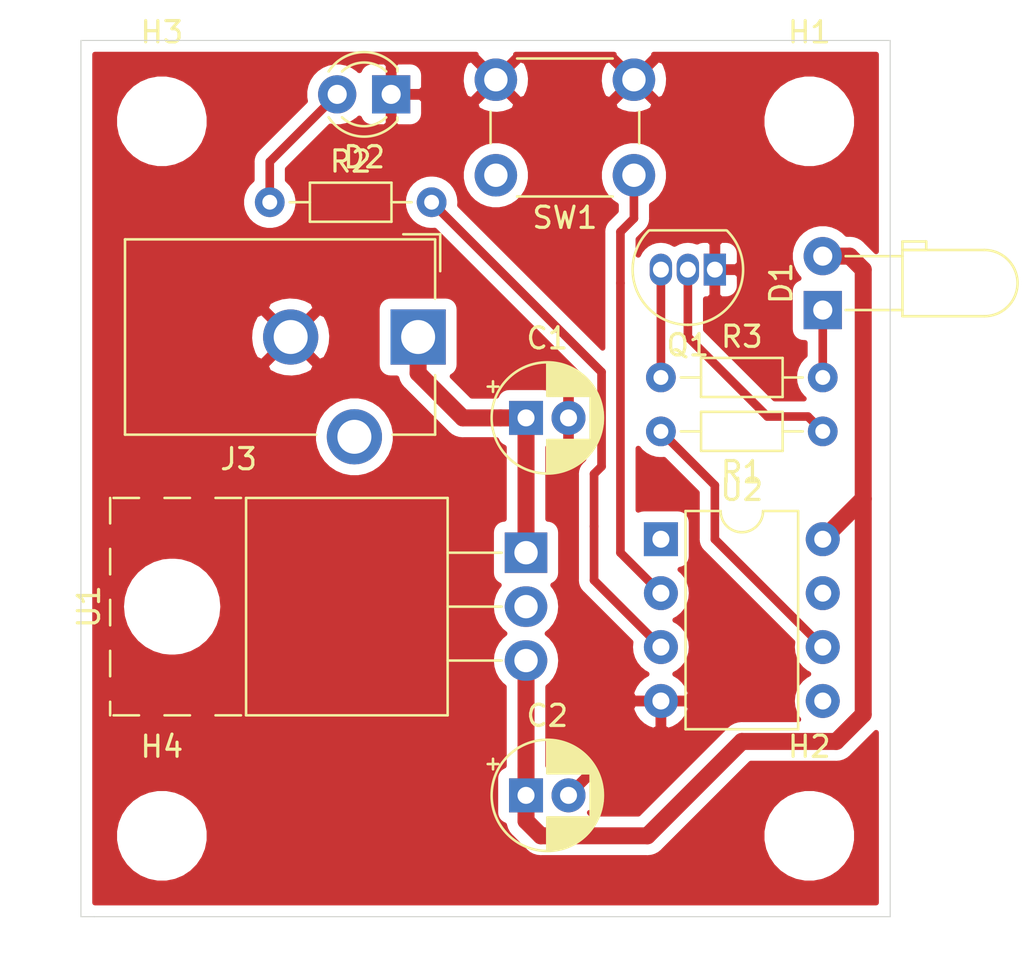
<source format=kicad_pcb>
(kicad_pcb (version 20171130) (host pcbnew 5.1.4-e60b266~84~ubuntu18.04.1)

  (general
    (thickness 1.6)
    (drawings 5)
    (tracks 45)
    (zones 0)
    (modules 16)
    (nets 15)
  )

  (page A4)
  (layers
    (0 F.Cu signal)
    (31 B.Cu signal)
    (32 B.Adhes user)
    (33 F.Adhes user)
    (34 B.Paste user)
    (35 F.Paste user)
    (36 B.SilkS user)
    (37 F.SilkS user)
    (38 B.Mask user)
    (39 F.Mask user)
    (40 Dwgs.User user hide)
    (41 Cmts.User user hide)
    (42 Eco1.User user hide)
    (43 Eco2.User user hide)
    (44 Edge.Cuts user)
    (45 Margin user hide)
    (46 B.CrtYd user hide)
    (47 F.CrtYd user)
    (48 B.Fab user)
    (49 F.Fab user hide)
  )

  (setup
    (last_trace_width 0.25)
    (trace_clearance 0.2)
    (zone_clearance 0.508)
    (zone_45_only no)
    (trace_min 0.2)
    (via_size 0.8)
    (via_drill 0.4)
    (via_min_size 0.4)
    (via_min_drill 0.3)
    (uvia_size 0.3)
    (uvia_drill 0.1)
    (uvias_allowed no)
    (uvia_min_size 0.2)
    (uvia_min_drill 0.1)
    (edge_width 0.05)
    (segment_width 0.2)
    (pcb_text_width 0.3)
    (pcb_text_size 1.5 1.5)
    (mod_edge_width 0.12)
    (mod_text_size 1 1)
    (mod_text_width 0.15)
    (pad_size 1.524 1.524)
    (pad_drill 0.762)
    (pad_to_mask_clearance 0.051)
    (solder_mask_min_width 0.25)
    (aux_axis_origin 0 0)
    (visible_elements FFFFFF7F)
    (pcbplotparams
      (layerselection 0x010fc_ffffffff)
      (usegerberextensions false)
      (usegerberattributes false)
      (usegerberadvancedattributes false)
      (creategerberjobfile false)
      (excludeedgelayer true)
      (linewidth 0.100000)
      (plotframeref false)
      (viasonmask false)
      (mode 1)
      (useauxorigin false)
      (hpglpennumber 1)
      (hpglpenspeed 20)
      (hpglpendiameter 15.000000)
      (psnegative false)
      (psa4output false)
      (plotreference true)
      (plotvalue true)
      (plotinvisibletext false)
      (padsonsilk false)
      (subtractmaskfromsilk false)
      (outputformat 1)
      (mirror false)
      (drillshape 1)
      (scaleselection 1)
      (outputdirectory ""))
  )

  (net 0 "")
  (net 1 "Net-(C1-Pad1)")
  (net 2 GND)
  (net 3 +5V)
  (net 4 "Net-(D1-Pad1)")
  (net 5 "Net-(D2-Pad2)")
  (net 6 "Net-(Q1-Pad2)")
  (net 7 "Net-(Q1-Pad3)")
  (net 8 "Net-(R1-Pad2)")
  (net 9 "Net-(R2-Pad2)")
  (net 10 "Net-(SW1-Pad1)")
  (net 11 "Net-(U1-Pad2)")
  (net 12 "Net-(U2-Pad1)")
  (net 13 "Net-(U2-Pad5)")
  (net 14 "Net-(U2-Pad7)")

  (net_class Default "This is the default net class."
    (clearance 0.2)
    (trace_width 0.25)
    (via_dia 0.8)
    (via_drill 0.4)
    (uvia_dia 0.3)
    (uvia_drill 0.1)
    (add_net +5V)
    (add_net GND)
    (add_net "Net-(C1-Pad1)")
    (add_net "Net-(D1-Pad1)")
    (add_net "Net-(D2-Pad2)")
    (add_net "Net-(Q1-Pad2)")
    (add_net "Net-(Q1-Pad3)")
    (add_net "Net-(R1-Pad2)")
    (add_net "Net-(R2-Pad2)")
    (add_net "Net-(SW1-Pad1)")
    (add_net "Net-(U1-Pad2)")
    (add_net "Net-(U2-Pad1)")
    (add_net "Net-(U2-Pad5)")
    (add_net "Net-(U2-Pad7)")
  )

  (module Button_Switch_THT:SW_PUSH_6mm (layer F.Cu) (tedit 5A02FE31) (tstamp 5DD629B9)
    (at 116.84 60.96 180)
    (descr https://www.omron.com/ecb/products/pdf/en-b3f.pdf)
    (tags "tact sw push 6mm")
    (path /5DD6AA58)
    (fp_text reference SW1 (at 3.25 -2) (layer F.SilkS)
      (effects (font (size 1 1) (thickness 0.15)))
    )
    (fp_text value SW_SPST (at 3.75 6.7) (layer F.Fab)
      (effects (font (size 1 1) (thickness 0.15)))
    )
    (fp_text user %R (at 3.25 2.25) (layer F.Fab)
      (effects (font (size 1 1) (thickness 0.15)))
    )
    (fp_line (start 3.25 -0.75) (end 6.25 -0.75) (layer F.Fab) (width 0.1))
    (fp_line (start 6.25 -0.75) (end 6.25 5.25) (layer F.Fab) (width 0.1))
    (fp_line (start 6.25 5.25) (end 0.25 5.25) (layer F.Fab) (width 0.1))
    (fp_line (start 0.25 5.25) (end 0.25 -0.75) (layer F.Fab) (width 0.1))
    (fp_line (start 0.25 -0.75) (end 3.25 -0.75) (layer F.Fab) (width 0.1))
    (fp_line (start 7.75 6) (end 8 6) (layer F.CrtYd) (width 0.05))
    (fp_line (start 8 6) (end 8 5.75) (layer F.CrtYd) (width 0.05))
    (fp_line (start 7.75 -1.5) (end 8 -1.5) (layer F.CrtYd) (width 0.05))
    (fp_line (start 8 -1.5) (end 8 -1.25) (layer F.CrtYd) (width 0.05))
    (fp_line (start -1.5 -1.25) (end -1.5 -1.5) (layer F.CrtYd) (width 0.05))
    (fp_line (start -1.5 -1.5) (end -1.25 -1.5) (layer F.CrtYd) (width 0.05))
    (fp_line (start -1.5 5.75) (end -1.5 6) (layer F.CrtYd) (width 0.05))
    (fp_line (start -1.5 6) (end -1.25 6) (layer F.CrtYd) (width 0.05))
    (fp_line (start -1.25 -1.5) (end 7.75 -1.5) (layer F.CrtYd) (width 0.05))
    (fp_line (start -1.5 5.75) (end -1.5 -1.25) (layer F.CrtYd) (width 0.05))
    (fp_line (start 7.75 6) (end -1.25 6) (layer F.CrtYd) (width 0.05))
    (fp_line (start 8 -1.25) (end 8 5.75) (layer F.CrtYd) (width 0.05))
    (fp_line (start 1 5.5) (end 5.5 5.5) (layer F.SilkS) (width 0.12))
    (fp_line (start -0.25 1.5) (end -0.25 3) (layer F.SilkS) (width 0.12))
    (fp_line (start 5.5 -1) (end 1 -1) (layer F.SilkS) (width 0.12))
    (fp_line (start 6.75 3) (end 6.75 1.5) (layer F.SilkS) (width 0.12))
    (fp_circle (center 3.25 2.25) (end 1.25 2.5) (layer F.Fab) (width 0.1))
    (pad 2 thru_hole circle (at 0 4.5 270) (size 2 2) (drill 1.1) (layers *.Cu *.Mask)
      (net 2 GND))
    (pad 1 thru_hole circle (at 0 0 270) (size 2 2) (drill 1.1) (layers *.Cu *.Mask)
      (net 10 "Net-(SW1-Pad1)"))
    (pad 2 thru_hole circle (at 6.5 4.5 270) (size 2 2) (drill 1.1) (layers *.Cu *.Mask)
      (net 2 GND))
    (pad 1 thru_hole circle (at 6.5 0 270) (size 2 2) (drill 1.1) (layers *.Cu *.Mask)
      (net 10 "Net-(SW1-Pad1)"))
    (model ${KISYS3DMOD}/Button_Switch_THT.3dshapes/SW_PUSH_6mm.wrl
      (at (xyz 0 0 0))
      (scale (xyz 1 1 1))
      (rotate (xyz 0 0 0))
    )
  )

  (module Capacitor_THT:CP_Radial_D5.0mm_P2.00mm (layer F.Cu) (tedit 5AE50EF0) (tstamp 5DD61D26)
    (at 111.76 72.39)
    (descr "CP, Radial series, Radial, pin pitch=2.00mm, , diameter=5mm, Electrolytic Capacitor")
    (tags "CP Radial series Radial pin pitch 2.00mm  diameter 5mm Electrolytic Capacitor")
    (path /5DD5E5AB)
    (fp_text reference C1 (at 1 -3.75) (layer F.SilkS)
      (effects (font (size 1 1) (thickness 0.15)))
    )
    (fp_text value CP1 (at 1 3.75) (layer F.Fab)
      (effects (font (size 1 1) (thickness 0.15)))
    )
    (fp_circle (center 1 0) (end 3.5 0) (layer F.Fab) (width 0.1))
    (fp_circle (center 1 0) (end 3.62 0) (layer F.SilkS) (width 0.12))
    (fp_circle (center 1 0) (end 3.75 0) (layer F.CrtYd) (width 0.05))
    (fp_line (start -1.133605 -1.0875) (end -0.633605 -1.0875) (layer F.Fab) (width 0.1))
    (fp_line (start -0.883605 -1.3375) (end -0.883605 -0.8375) (layer F.Fab) (width 0.1))
    (fp_line (start 1 1.04) (end 1 2.58) (layer F.SilkS) (width 0.12))
    (fp_line (start 1 -2.58) (end 1 -1.04) (layer F.SilkS) (width 0.12))
    (fp_line (start 1.04 1.04) (end 1.04 2.58) (layer F.SilkS) (width 0.12))
    (fp_line (start 1.04 -2.58) (end 1.04 -1.04) (layer F.SilkS) (width 0.12))
    (fp_line (start 1.08 -2.579) (end 1.08 -1.04) (layer F.SilkS) (width 0.12))
    (fp_line (start 1.08 1.04) (end 1.08 2.579) (layer F.SilkS) (width 0.12))
    (fp_line (start 1.12 -2.578) (end 1.12 -1.04) (layer F.SilkS) (width 0.12))
    (fp_line (start 1.12 1.04) (end 1.12 2.578) (layer F.SilkS) (width 0.12))
    (fp_line (start 1.16 -2.576) (end 1.16 -1.04) (layer F.SilkS) (width 0.12))
    (fp_line (start 1.16 1.04) (end 1.16 2.576) (layer F.SilkS) (width 0.12))
    (fp_line (start 1.2 -2.573) (end 1.2 -1.04) (layer F.SilkS) (width 0.12))
    (fp_line (start 1.2 1.04) (end 1.2 2.573) (layer F.SilkS) (width 0.12))
    (fp_line (start 1.24 -2.569) (end 1.24 -1.04) (layer F.SilkS) (width 0.12))
    (fp_line (start 1.24 1.04) (end 1.24 2.569) (layer F.SilkS) (width 0.12))
    (fp_line (start 1.28 -2.565) (end 1.28 -1.04) (layer F.SilkS) (width 0.12))
    (fp_line (start 1.28 1.04) (end 1.28 2.565) (layer F.SilkS) (width 0.12))
    (fp_line (start 1.32 -2.561) (end 1.32 -1.04) (layer F.SilkS) (width 0.12))
    (fp_line (start 1.32 1.04) (end 1.32 2.561) (layer F.SilkS) (width 0.12))
    (fp_line (start 1.36 -2.556) (end 1.36 -1.04) (layer F.SilkS) (width 0.12))
    (fp_line (start 1.36 1.04) (end 1.36 2.556) (layer F.SilkS) (width 0.12))
    (fp_line (start 1.4 -2.55) (end 1.4 -1.04) (layer F.SilkS) (width 0.12))
    (fp_line (start 1.4 1.04) (end 1.4 2.55) (layer F.SilkS) (width 0.12))
    (fp_line (start 1.44 -2.543) (end 1.44 -1.04) (layer F.SilkS) (width 0.12))
    (fp_line (start 1.44 1.04) (end 1.44 2.543) (layer F.SilkS) (width 0.12))
    (fp_line (start 1.48 -2.536) (end 1.48 -1.04) (layer F.SilkS) (width 0.12))
    (fp_line (start 1.48 1.04) (end 1.48 2.536) (layer F.SilkS) (width 0.12))
    (fp_line (start 1.52 -2.528) (end 1.52 -1.04) (layer F.SilkS) (width 0.12))
    (fp_line (start 1.52 1.04) (end 1.52 2.528) (layer F.SilkS) (width 0.12))
    (fp_line (start 1.56 -2.52) (end 1.56 -1.04) (layer F.SilkS) (width 0.12))
    (fp_line (start 1.56 1.04) (end 1.56 2.52) (layer F.SilkS) (width 0.12))
    (fp_line (start 1.6 -2.511) (end 1.6 -1.04) (layer F.SilkS) (width 0.12))
    (fp_line (start 1.6 1.04) (end 1.6 2.511) (layer F.SilkS) (width 0.12))
    (fp_line (start 1.64 -2.501) (end 1.64 -1.04) (layer F.SilkS) (width 0.12))
    (fp_line (start 1.64 1.04) (end 1.64 2.501) (layer F.SilkS) (width 0.12))
    (fp_line (start 1.68 -2.491) (end 1.68 -1.04) (layer F.SilkS) (width 0.12))
    (fp_line (start 1.68 1.04) (end 1.68 2.491) (layer F.SilkS) (width 0.12))
    (fp_line (start 1.721 -2.48) (end 1.721 -1.04) (layer F.SilkS) (width 0.12))
    (fp_line (start 1.721 1.04) (end 1.721 2.48) (layer F.SilkS) (width 0.12))
    (fp_line (start 1.761 -2.468) (end 1.761 -1.04) (layer F.SilkS) (width 0.12))
    (fp_line (start 1.761 1.04) (end 1.761 2.468) (layer F.SilkS) (width 0.12))
    (fp_line (start 1.801 -2.455) (end 1.801 -1.04) (layer F.SilkS) (width 0.12))
    (fp_line (start 1.801 1.04) (end 1.801 2.455) (layer F.SilkS) (width 0.12))
    (fp_line (start 1.841 -2.442) (end 1.841 -1.04) (layer F.SilkS) (width 0.12))
    (fp_line (start 1.841 1.04) (end 1.841 2.442) (layer F.SilkS) (width 0.12))
    (fp_line (start 1.881 -2.428) (end 1.881 -1.04) (layer F.SilkS) (width 0.12))
    (fp_line (start 1.881 1.04) (end 1.881 2.428) (layer F.SilkS) (width 0.12))
    (fp_line (start 1.921 -2.414) (end 1.921 -1.04) (layer F.SilkS) (width 0.12))
    (fp_line (start 1.921 1.04) (end 1.921 2.414) (layer F.SilkS) (width 0.12))
    (fp_line (start 1.961 -2.398) (end 1.961 -1.04) (layer F.SilkS) (width 0.12))
    (fp_line (start 1.961 1.04) (end 1.961 2.398) (layer F.SilkS) (width 0.12))
    (fp_line (start 2.001 -2.382) (end 2.001 -1.04) (layer F.SilkS) (width 0.12))
    (fp_line (start 2.001 1.04) (end 2.001 2.382) (layer F.SilkS) (width 0.12))
    (fp_line (start 2.041 -2.365) (end 2.041 -1.04) (layer F.SilkS) (width 0.12))
    (fp_line (start 2.041 1.04) (end 2.041 2.365) (layer F.SilkS) (width 0.12))
    (fp_line (start 2.081 -2.348) (end 2.081 -1.04) (layer F.SilkS) (width 0.12))
    (fp_line (start 2.081 1.04) (end 2.081 2.348) (layer F.SilkS) (width 0.12))
    (fp_line (start 2.121 -2.329) (end 2.121 -1.04) (layer F.SilkS) (width 0.12))
    (fp_line (start 2.121 1.04) (end 2.121 2.329) (layer F.SilkS) (width 0.12))
    (fp_line (start 2.161 -2.31) (end 2.161 -1.04) (layer F.SilkS) (width 0.12))
    (fp_line (start 2.161 1.04) (end 2.161 2.31) (layer F.SilkS) (width 0.12))
    (fp_line (start 2.201 -2.29) (end 2.201 -1.04) (layer F.SilkS) (width 0.12))
    (fp_line (start 2.201 1.04) (end 2.201 2.29) (layer F.SilkS) (width 0.12))
    (fp_line (start 2.241 -2.268) (end 2.241 -1.04) (layer F.SilkS) (width 0.12))
    (fp_line (start 2.241 1.04) (end 2.241 2.268) (layer F.SilkS) (width 0.12))
    (fp_line (start 2.281 -2.247) (end 2.281 -1.04) (layer F.SilkS) (width 0.12))
    (fp_line (start 2.281 1.04) (end 2.281 2.247) (layer F.SilkS) (width 0.12))
    (fp_line (start 2.321 -2.224) (end 2.321 -1.04) (layer F.SilkS) (width 0.12))
    (fp_line (start 2.321 1.04) (end 2.321 2.224) (layer F.SilkS) (width 0.12))
    (fp_line (start 2.361 -2.2) (end 2.361 -1.04) (layer F.SilkS) (width 0.12))
    (fp_line (start 2.361 1.04) (end 2.361 2.2) (layer F.SilkS) (width 0.12))
    (fp_line (start 2.401 -2.175) (end 2.401 -1.04) (layer F.SilkS) (width 0.12))
    (fp_line (start 2.401 1.04) (end 2.401 2.175) (layer F.SilkS) (width 0.12))
    (fp_line (start 2.441 -2.149) (end 2.441 -1.04) (layer F.SilkS) (width 0.12))
    (fp_line (start 2.441 1.04) (end 2.441 2.149) (layer F.SilkS) (width 0.12))
    (fp_line (start 2.481 -2.122) (end 2.481 -1.04) (layer F.SilkS) (width 0.12))
    (fp_line (start 2.481 1.04) (end 2.481 2.122) (layer F.SilkS) (width 0.12))
    (fp_line (start 2.521 -2.095) (end 2.521 -1.04) (layer F.SilkS) (width 0.12))
    (fp_line (start 2.521 1.04) (end 2.521 2.095) (layer F.SilkS) (width 0.12))
    (fp_line (start 2.561 -2.065) (end 2.561 -1.04) (layer F.SilkS) (width 0.12))
    (fp_line (start 2.561 1.04) (end 2.561 2.065) (layer F.SilkS) (width 0.12))
    (fp_line (start 2.601 -2.035) (end 2.601 -1.04) (layer F.SilkS) (width 0.12))
    (fp_line (start 2.601 1.04) (end 2.601 2.035) (layer F.SilkS) (width 0.12))
    (fp_line (start 2.641 -2.004) (end 2.641 -1.04) (layer F.SilkS) (width 0.12))
    (fp_line (start 2.641 1.04) (end 2.641 2.004) (layer F.SilkS) (width 0.12))
    (fp_line (start 2.681 -1.971) (end 2.681 -1.04) (layer F.SilkS) (width 0.12))
    (fp_line (start 2.681 1.04) (end 2.681 1.971) (layer F.SilkS) (width 0.12))
    (fp_line (start 2.721 -1.937) (end 2.721 -1.04) (layer F.SilkS) (width 0.12))
    (fp_line (start 2.721 1.04) (end 2.721 1.937) (layer F.SilkS) (width 0.12))
    (fp_line (start 2.761 -1.901) (end 2.761 -1.04) (layer F.SilkS) (width 0.12))
    (fp_line (start 2.761 1.04) (end 2.761 1.901) (layer F.SilkS) (width 0.12))
    (fp_line (start 2.801 -1.864) (end 2.801 -1.04) (layer F.SilkS) (width 0.12))
    (fp_line (start 2.801 1.04) (end 2.801 1.864) (layer F.SilkS) (width 0.12))
    (fp_line (start 2.841 -1.826) (end 2.841 -1.04) (layer F.SilkS) (width 0.12))
    (fp_line (start 2.841 1.04) (end 2.841 1.826) (layer F.SilkS) (width 0.12))
    (fp_line (start 2.881 -1.785) (end 2.881 -1.04) (layer F.SilkS) (width 0.12))
    (fp_line (start 2.881 1.04) (end 2.881 1.785) (layer F.SilkS) (width 0.12))
    (fp_line (start 2.921 -1.743) (end 2.921 -1.04) (layer F.SilkS) (width 0.12))
    (fp_line (start 2.921 1.04) (end 2.921 1.743) (layer F.SilkS) (width 0.12))
    (fp_line (start 2.961 -1.699) (end 2.961 -1.04) (layer F.SilkS) (width 0.12))
    (fp_line (start 2.961 1.04) (end 2.961 1.699) (layer F.SilkS) (width 0.12))
    (fp_line (start 3.001 -1.653) (end 3.001 -1.04) (layer F.SilkS) (width 0.12))
    (fp_line (start 3.001 1.04) (end 3.001 1.653) (layer F.SilkS) (width 0.12))
    (fp_line (start 3.041 -1.605) (end 3.041 1.605) (layer F.SilkS) (width 0.12))
    (fp_line (start 3.081 -1.554) (end 3.081 1.554) (layer F.SilkS) (width 0.12))
    (fp_line (start 3.121 -1.5) (end 3.121 1.5) (layer F.SilkS) (width 0.12))
    (fp_line (start 3.161 -1.443) (end 3.161 1.443) (layer F.SilkS) (width 0.12))
    (fp_line (start 3.201 -1.383) (end 3.201 1.383) (layer F.SilkS) (width 0.12))
    (fp_line (start 3.241 -1.319) (end 3.241 1.319) (layer F.SilkS) (width 0.12))
    (fp_line (start 3.281 -1.251) (end 3.281 1.251) (layer F.SilkS) (width 0.12))
    (fp_line (start 3.321 -1.178) (end 3.321 1.178) (layer F.SilkS) (width 0.12))
    (fp_line (start 3.361 -1.098) (end 3.361 1.098) (layer F.SilkS) (width 0.12))
    (fp_line (start 3.401 -1.011) (end 3.401 1.011) (layer F.SilkS) (width 0.12))
    (fp_line (start 3.441 -0.915) (end 3.441 0.915) (layer F.SilkS) (width 0.12))
    (fp_line (start 3.481 -0.805) (end 3.481 0.805) (layer F.SilkS) (width 0.12))
    (fp_line (start 3.521 -0.677) (end 3.521 0.677) (layer F.SilkS) (width 0.12))
    (fp_line (start 3.561 -0.518) (end 3.561 0.518) (layer F.SilkS) (width 0.12))
    (fp_line (start 3.601 -0.284) (end 3.601 0.284) (layer F.SilkS) (width 0.12))
    (fp_line (start -1.804775 -1.475) (end -1.304775 -1.475) (layer F.SilkS) (width 0.12))
    (fp_line (start -1.554775 -1.725) (end -1.554775 -1.225) (layer F.SilkS) (width 0.12))
    (fp_text user %R (at 1 0) (layer F.Fab)
      (effects (font (size 1 1) (thickness 0.15)))
    )
    (pad 1 thru_hole rect (at 0 0) (size 1.6 1.6) (drill 0.8) (layers *.Cu *.Mask)
      (net 1 "Net-(C1-Pad1)"))
    (pad 2 thru_hole circle (at 2 0) (size 1.6 1.6) (drill 0.8) (layers *.Cu *.Mask)
      (net 2 GND))
    (model ${KISYS3DMOD}/Capacitor_THT.3dshapes/CP_Radial_D5.0mm_P2.00mm.wrl
      (at (xyz 0 0 0))
      (scale (xyz 1 1 1))
      (rotate (xyz 0 0 0))
    )
  )

  (module Capacitor_THT:CP_Radial_D5.0mm_P2.00mm (layer F.Cu) (tedit 5AE50EF0) (tstamp 5DD61DA9)
    (at 111.76 90.17)
    (descr "CP, Radial series, Radial, pin pitch=2.00mm, , diameter=5mm, Electrolytic Capacitor")
    (tags "CP Radial series Radial pin pitch 2.00mm  diameter 5mm Electrolytic Capacitor")
    (path /5DD5E9C7)
    (fp_text reference C2 (at 1 -3.75) (layer F.SilkS)
      (effects (font (size 1 1) (thickness 0.15)))
    )
    (fp_text value CP1 (at 1 3.75) (layer F.Fab)
      (effects (font (size 1 1) (thickness 0.15)))
    )
    (fp_text user %R (at 1 0) (layer F.Fab)
      (effects (font (size 1 1) (thickness 0.15)))
    )
    (fp_line (start -1.554775 -1.725) (end -1.554775 -1.225) (layer F.SilkS) (width 0.12))
    (fp_line (start -1.804775 -1.475) (end -1.304775 -1.475) (layer F.SilkS) (width 0.12))
    (fp_line (start 3.601 -0.284) (end 3.601 0.284) (layer F.SilkS) (width 0.12))
    (fp_line (start 3.561 -0.518) (end 3.561 0.518) (layer F.SilkS) (width 0.12))
    (fp_line (start 3.521 -0.677) (end 3.521 0.677) (layer F.SilkS) (width 0.12))
    (fp_line (start 3.481 -0.805) (end 3.481 0.805) (layer F.SilkS) (width 0.12))
    (fp_line (start 3.441 -0.915) (end 3.441 0.915) (layer F.SilkS) (width 0.12))
    (fp_line (start 3.401 -1.011) (end 3.401 1.011) (layer F.SilkS) (width 0.12))
    (fp_line (start 3.361 -1.098) (end 3.361 1.098) (layer F.SilkS) (width 0.12))
    (fp_line (start 3.321 -1.178) (end 3.321 1.178) (layer F.SilkS) (width 0.12))
    (fp_line (start 3.281 -1.251) (end 3.281 1.251) (layer F.SilkS) (width 0.12))
    (fp_line (start 3.241 -1.319) (end 3.241 1.319) (layer F.SilkS) (width 0.12))
    (fp_line (start 3.201 -1.383) (end 3.201 1.383) (layer F.SilkS) (width 0.12))
    (fp_line (start 3.161 -1.443) (end 3.161 1.443) (layer F.SilkS) (width 0.12))
    (fp_line (start 3.121 -1.5) (end 3.121 1.5) (layer F.SilkS) (width 0.12))
    (fp_line (start 3.081 -1.554) (end 3.081 1.554) (layer F.SilkS) (width 0.12))
    (fp_line (start 3.041 -1.605) (end 3.041 1.605) (layer F.SilkS) (width 0.12))
    (fp_line (start 3.001 1.04) (end 3.001 1.653) (layer F.SilkS) (width 0.12))
    (fp_line (start 3.001 -1.653) (end 3.001 -1.04) (layer F.SilkS) (width 0.12))
    (fp_line (start 2.961 1.04) (end 2.961 1.699) (layer F.SilkS) (width 0.12))
    (fp_line (start 2.961 -1.699) (end 2.961 -1.04) (layer F.SilkS) (width 0.12))
    (fp_line (start 2.921 1.04) (end 2.921 1.743) (layer F.SilkS) (width 0.12))
    (fp_line (start 2.921 -1.743) (end 2.921 -1.04) (layer F.SilkS) (width 0.12))
    (fp_line (start 2.881 1.04) (end 2.881 1.785) (layer F.SilkS) (width 0.12))
    (fp_line (start 2.881 -1.785) (end 2.881 -1.04) (layer F.SilkS) (width 0.12))
    (fp_line (start 2.841 1.04) (end 2.841 1.826) (layer F.SilkS) (width 0.12))
    (fp_line (start 2.841 -1.826) (end 2.841 -1.04) (layer F.SilkS) (width 0.12))
    (fp_line (start 2.801 1.04) (end 2.801 1.864) (layer F.SilkS) (width 0.12))
    (fp_line (start 2.801 -1.864) (end 2.801 -1.04) (layer F.SilkS) (width 0.12))
    (fp_line (start 2.761 1.04) (end 2.761 1.901) (layer F.SilkS) (width 0.12))
    (fp_line (start 2.761 -1.901) (end 2.761 -1.04) (layer F.SilkS) (width 0.12))
    (fp_line (start 2.721 1.04) (end 2.721 1.937) (layer F.SilkS) (width 0.12))
    (fp_line (start 2.721 -1.937) (end 2.721 -1.04) (layer F.SilkS) (width 0.12))
    (fp_line (start 2.681 1.04) (end 2.681 1.971) (layer F.SilkS) (width 0.12))
    (fp_line (start 2.681 -1.971) (end 2.681 -1.04) (layer F.SilkS) (width 0.12))
    (fp_line (start 2.641 1.04) (end 2.641 2.004) (layer F.SilkS) (width 0.12))
    (fp_line (start 2.641 -2.004) (end 2.641 -1.04) (layer F.SilkS) (width 0.12))
    (fp_line (start 2.601 1.04) (end 2.601 2.035) (layer F.SilkS) (width 0.12))
    (fp_line (start 2.601 -2.035) (end 2.601 -1.04) (layer F.SilkS) (width 0.12))
    (fp_line (start 2.561 1.04) (end 2.561 2.065) (layer F.SilkS) (width 0.12))
    (fp_line (start 2.561 -2.065) (end 2.561 -1.04) (layer F.SilkS) (width 0.12))
    (fp_line (start 2.521 1.04) (end 2.521 2.095) (layer F.SilkS) (width 0.12))
    (fp_line (start 2.521 -2.095) (end 2.521 -1.04) (layer F.SilkS) (width 0.12))
    (fp_line (start 2.481 1.04) (end 2.481 2.122) (layer F.SilkS) (width 0.12))
    (fp_line (start 2.481 -2.122) (end 2.481 -1.04) (layer F.SilkS) (width 0.12))
    (fp_line (start 2.441 1.04) (end 2.441 2.149) (layer F.SilkS) (width 0.12))
    (fp_line (start 2.441 -2.149) (end 2.441 -1.04) (layer F.SilkS) (width 0.12))
    (fp_line (start 2.401 1.04) (end 2.401 2.175) (layer F.SilkS) (width 0.12))
    (fp_line (start 2.401 -2.175) (end 2.401 -1.04) (layer F.SilkS) (width 0.12))
    (fp_line (start 2.361 1.04) (end 2.361 2.2) (layer F.SilkS) (width 0.12))
    (fp_line (start 2.361 -2.2) (end 2.361 -1.04) (layer F.SilkS) (width 0.12))
    (fp_line (start 2.321 1.04) (end 2.321 2.224) (layer F.SilkS) (width 0.12))
    (fp_line (start 2.321 -2.224) (end 2.321 -1.04) (layer F.SilkS) (width 0.12))
    (fp_line (start 2.281 1.04) (end 2.281 2.247) (layer F.SilkS) (width 0.12))
    (fp_line (start 2.281 -2.247) (end 2.281 -1.04) (layer F.SilkS) (width 0.12))
    (fp_line (start 2.241 1.04) (end 2.241 2.268) (layer F.SilkS) (width 0.12))
    (fp_line (start 2.241 -2.268) (end 2.241 -1.04) (layer F.SilkS) (width 0.12))
    (fp_line (start 2.201 1.04) (end 2.201 2.29) (layer F.SilkS) (width 0.12))
    (fp_line (start 2.201 -2.29) (end 2.201 -1.04) (layer F.SilkS) (width 0.12))
    (fp_line (start 2.161 1.04) (end 2.161 2.31) (layer F.SilkS) (width 0.12))
    (fp_line (start 2.161 -2.31) (end 2.161 -1.04) (layer F.SilkS) (width 0.12))
    (fp_line (start 2.121 1.04) (end 2.121 2.329) (layer F.SilkS) (width 0.12))
    (fp_line (start 2.121 -2.329) (end 2.121 -1.04) (layer F.SilkS) (width 0.12))
    (fp_line (start 2.081 1.04) (end 2.081 2.348) (layer F.SilkS) (width 0.12))
    (fp_line (start 2.081 -2.348) (end 2.081 -1.04) (layer F.SilkS) (width 0.12))
    (fp_line (start 2.041 1.04) (end 2.041 2.365) (layer F.SilkS) (width 0.12))
    (fp_line (start 2.041 -2.365) (end 2.041 -1.04) (layer F.SilkS) (width 0.12))
    (fp_line (start 2.001 1.04) (end 2.001 2.382) (layer F.SilkS) (width 0.12))
    (fp_line (start 2.001 -2.382) (end 2.001 -1.04) (layer F.SilkS) (width 0.12))
    (fp_line (start 1.961 1.04) (end 1.961 2.398) (layer F.SilkS) (width 0.12))
    (fp_line (start 1.961 -2.398) (end 1.961 -1.04) (layer F.SilkS) (width 0.12))
    (fp_line (start 1.921 1.04) (end 1.921 2.414) (layer F.SilkS) (width 0.12))
    (fp_line (start 1.921 -2.414) (end 1.921 -1.04) (layer F.SilkS) (width 0.12))
    (fp_line (start 1.881 1.04) (end 1.881 2.428) (layer F.SilkS) (width 0.12))
    (fp_line (start 1.881 -2.428) (end 1.881 -1.04) (layer F.SilkS) (width 0.12))
    (fp_line (start 1.841 1.04) (end 1.841 2.442) (layer F.SilkS) (width 0.12))
    (fp_line (start 1.841 -2.442) (end 1.841 -1.04) (layer F.SilkS) (width 0.12))
    (fp_line (start 1.801 1.04) (end 1.801 2.455) (layer F.SilkS) (width 0.12))
    (fp_line (start 1.801 -2.455) (end 1.801 -1.04) (layer F.SilkS) (width 0.12))
    (fp_line (start 1.761 1.04) (end 1.761 2.468) (layer F.SilkS) (width 0.12))
    (fp_line (start 1.761 -2.468) (end 1.761 -1.04) (layer F.SilkS) (width 0.12))
    (fp_line (start 1.721 1.04) (end 1.721 2.48) (layer F.SilkS) (width 0.12))
    (fp_line (start 1.721 -2.48) (end 1.721 -1.04) (layer F.SilkS) (width 0.12))
    (fp_line (start 1.68 1.04) (end 1.68 2.491) (layer F.SilkS) (width 0.12))
    (fp_line (start 1.68 -2.491) (end 1.68 -1.04) (layer F.SilkS) (width 0.12))
    (fp_line (start 1.64 1.04) (end 1.64 2.501) (layer F.SilkS) (width 0.12))
    (fp_line (start 1.64 -2.501) (end 1.64 -1.04) (layer F.SilkS) (width 0.12))
    (fp_line (start 1.6 1.04) (end 1.6 2.511) (layer F.SilkS) (width 0.12))
    (fp_line (start 1.6 -2.511) (end 1.6 -1.04) (layer F.SilkS) (width 0.12))
    (fp_line (start 1.56 1.04) (end 1.56 2.52) (layer F.SilkS) (width 0.12))
    (fp_line (start 1.56 -2.52) (end 1.56 -1.04) (layer F.SilkS) (width 0.12))
    (fp_line (start 1.52 1.04) (end 1.52 2.528) (layer F.SilkS) (width 0.12))
    (fp_line (start 1.52 -2.528) (end 1.52 -1.04) (layer F.SilkS) (width 0.12))
    (fp_line (start 1.48 1.04) (end 1.48 2.536) (layer F.SilkS) (width 0.12))
    (fp_line (start 1.48 -2.536) (end 1.48 -1.04) (layer F.SilkS) (width 0.12))
    (fp_line (start 1.44 1.04) (end 1.44 2.543) (layer F.SilkS) (width 0.12))
    (fp_line (start 1.44 -2.543) (end 1.44 -1.04) (layer F.SilkS) (width 0.12))
    (fp_line (start 1.4 1.04) (end 1.4 2.55) (layer F.SilkS) (width 0.12))
    (fp_line (start 1.4 -2.55) (end 1.4 -1.04) (layer F.SilkS) (width 0.12))
    (fp_line (start 1.36 1.04) (end 1.36 2.556) (layer F.SilkS) (width 0.12))
    (fp_line (start 1.36 -2.556) (end 1.36 -1.04) (layer F.SilkS) (width 0.12))
    (fp_line (start 1.32 1.04) (end 1.32 2.561) (layer F.SilkS) (width 0.12))
    (fp_line (start 1.32 -2.561) (end 1.32 -1.04) (layer F.SilkS) (width 0.12))
    (fp_line (start 1.28 1.04) (end 1.28 2.565) (layer F.SilkS) (width 0.12))
    (fp_line (start 1.28 -2.565) (end 1.28 -1.04) (layer F.SilkS) (width 0.12))
    (fp_line (start 1.24 1.04) (end 1.24 2.569) (layer F.SilkS) (width 0.12))
    (fp_line (start 1.24 -2.569) (end 1.24 -1.04) (layer F.SilkS) (width 0.12))
    (fp_line (start 1.2 1.04) (end 1.2 2.573) (layer F.SilkS) (width 0.12))
    (fp_line (start 1.2 -2.573) (end 1.2 -1.04) (layer F.SilkS) (width 0.12))
    (fp_line (start 1.16 1.04) (end 1.16 2.576) (layer F.SilkS) (width 0.12))
    (fp_line (start 1.16 -2.576) (end 1.16 -1.04) (layer F.SilkS) (width 0.12))
    (fp_line (start 1.12 1.04) (end 1.12 2.578) (layer F.SilkS) (width 0.12))
    (fp_line (start 1.12 -2.578) (end 1.12 -1.04) (layer F.SilkS) (width 0.12))
    (fp_line (start 1.08 1.04) (end 1.08 2.579) (layer F.SilkS) (width 0.12))
    (fp_line (start 1.08 -2.579) (end 1.08 -1.04) (layer F.SilkS) (width 0.12))
    (fp_line (start 1.04 -2.58) (end 1.04 -1.04) (layer F.SilkS) (width 0.12))
    (fp_line (start 1.04 1.04) (end 1.04 2.58) (layer F.SilkS) (width 0.12))
    (fp_line (start 1 -2.58) (end 1 -1.04) (layer F.SilkS) (width 0.12))
    (fp_line (start 1 1.04) (end 1 2.58) (layer F.SilkS) (width 0.12))
    (fp_line (start -0.883605 -1.3375) (end -0.883605 -0.8375) (layer F.Fab) (width 0.1))
    (fp_line (start -1.133605 -1.0875) (end -0.633605 -1.0875) (layer F.Fab) (width 0.1))
    (fp_circle (center 1 0) (end 3.75 0) (layer F.CrtYd) (width 0.05))
    (fp_circle (center 1 0) (end 3.62 0) (layer F.SilkS) (width 0.12))
    (fp_circle (center 1 0) (end 3.5 0) (layer F.Fab) (width 0.1))
    (pad 2 thru_hole circle (at 2 0) (size 1.6 1.6) (drill 0.8) (layers *.Cu *.Mask)
      (net 2 GND))
    (pad 1 thru_hole rect (at 0 0) (size 1.6 1.6) (drill 0.8) (layers *.Cu *.Mask)
      (net 3 +5V))
    (model ${KISYS3DMOD}/Capacitor_THT.3dshapes/CP_Radial_D5.0mm_P2.00mm.wrl
      (at (xyz 0 0 0))
      (scale (xyz 1 1 1))
      (rotate (xyz 0 0 0))
    )
  )

  (module LED_THT:LED_D3.0mm_Horizontal_O3.81mm_Z6.0mm (layer F.Cu) (tedit 5880A862) (tstamp 5DD61DD3)
    (at 125.73 67.31 90)
    (descr "LED, diameter 3.0mm z-position of LED center 2.0mm, 2 pins, diameter 3.0mm z-position of LED center 2.0mm, 2 pins, diameter 3.0mm z-position of LED center 2.0mm, 2 pins, diameter 3.0mm z-position of LED center 6.0mm, 2 pins, diameter 3.0mm z-position of LED center 6.0mm, 2 pins")
    (tags "LED diameter 3.0mm z-position of LED center 2.0mm 2 pins diameter 3.0mm z-position of LED center 2.0mm 2 pins diameter 3.0mm z-position of LED center 2.0mm 2 pins diameter 3.0mm z-position of LED center 6.0mm 2 pins diameter 3.0mm z-position of LED center 6.0mm 2 pins")
    (path /5DD74697)
    (fp_text reference D1 (at 1.27 -1.96 90) (layer F.SilkS)
      (effects (font (size 1 1) (thickness 0.15)))
    )
    (fp_text value LED (at 1.27 10.17 90) (layer F.Fab)
      (effects (font (size 1 1) (thickness 0.15)))
    )
    (fp_arc (start 1.27 7.61) (end -0.23 7.61) (angle -180) (layer F.Fab) (width 0.1))
    (fp_arc (start 1.27 7.61) (end -0.29 7.61) (angle -180) (layer F.SilkS) (width 0.12))
    (fp_line (start -0.23 3.81) (end -0.23 7.61) (layer F.Fab) (width 0.1))
    (fp_line (start 2.77 3.81) (end 2.77 7.61) (layer F.Fab) (width 0.1))
    (fp_line (start -0.23 3.81) (end 2.77 3.81) (layer F.Fab) (width 0.1))
    (fp_line (start 3.17 3.81) (end 3.17 4.81) (layer F.Fab) (width 0.1))
    (fp_line (start 3.17 4.81) (end 2.77 4.81) (layer F.Fab) (width 0.1))
    (fp_line (start 2.77 4.81) (end 2.77 3.81) (layer F.Fab) (width 0.1))
    (fp_line (start 2.77 3.81) (end 3.17 3.81) (layer F.Fab) (width 0.1))
    (fp_line (start 0 0) (end 0 3.81) (layer F.Fab) (width 0.1))
    (fp_line (start 0 3.81) (end 0 3.81) (layer F.Fab) (width 0.1))
    (fp_line (start 0 3.81) (end 0 0) (layer F.Fab) (width 0.1))
    (fp_line (start 0 0) (end 0 0) (layer F.Fab) (width 0.1))
    (fp_line (start 2.54 0) (end 2.54 3.81) (layer F.Fab) (width 0.1))
    (fp_line (start 2.54 3.81) (end 2.54 3.81) (layer F.Fab) (width 0.1))
    (fp_line (start 2.54 3.81) (end 2.54 0) (layer F.Fab) (width 0.1))
    (fp_line (start 2.54 0) (end 2.54 0) (layer F.Fab) (width 0.1))
    (fp_line (start -0.29 3.75) (end -0.29 7.61) (layer F.SilkS) (width 0.12))
    (fp_line (start 2.83 3.75) (end 2.83 7.61) (layer F.SilkS) (width 0.12))
    (fp_line (start -0.29 3.75) (end 2.83 3.75) (layer F.SilkS) (width 0.12))
    (fp_line (start 3.23 3.75) (end 3.23 4.87) (layer F.SilkS) (width 0.12))
    (fp_line (start 3.23 4.87) (end 2.83 4.87) (layer F.SilkS) (width 0.12))
    (fp_line (start 2.83 4.87) (end 2.83 3.75) (layer F.SilkS) (width 0.12))
    (fp_line (start 2.83 3.75) (end 3.23 3.75) (layer F.SilkS) (width 0.12))
    (fp_line (start 0 1.08) (end 0 3.75) (layer F.SilkS) (width 0.12))
    (fp_line (start 0 3.75) (end 0 3.75) (layer F.SilkS) (width 0.12))
    (fp_line (start 0 3.75) (end 0 1.08) (layer F.SilkS) (width 0.12))
    (fp_line (start 0 1.08) (end 0 1.08) (layer F.SilkS) (width 0.12))
    (fp_line (start 2.54 1.08) (end 2.54 3.75) (layer F.SilkS) (width 0.12))
    (fp_line (start 2.54 3.75) (end 2.54 3.75) (layer F.SilkS) (width 0.12))
    (fp_line (start 2.54 3.75) (end 2.54 1.08) (layer F.SilkS) (width 0.12))
    (fp_line (start 2.54 1.08) (end 2.54 1.08) (layer F.SilkS) (width 0.12))
    (fp_line (start -1.25 -1.25) (end -1.25 9.45) (layer F.CrtYd) (width 0.05))
    (fp_line (start -1.25 9.45) (end 3.75 9.45) (layer F.CrtYd) (width 0.05))
    (fp_line (start 3.75 9.45) (end 3.75 -1.25) (layer F.CrtYd) (width 0.05))
    (fp_line (start 3.75 -1.25) (end -1.25 -1.25) (layer F.CrtYd) (width 0.05))
    (pad 1 thru_hole rect (at 0 0 90) (size 1.8 1.8) (drill 0.9) (layers *.Cu *.Mask)
      (net 4 "Net-(D1-Pad1)"))
    (pad 2 thru_hole circle (at 2.54 0 90) (size 1.8 1.8) (drill 0.9) (layers *.Cu *.Mask)
      (net 3 +5V))
    (model ${KISYS3DMOD}/LED_THT.3dshapes/LED_D3.0mm_Horizontal_O3.81mm_Z6.0mm.wrl
      (at (xyz 0 0 0))
      (scale (xyz 1 1 1))
      (rotate (xyz 0 0 0))
    )
  )

  (module LED_THT:LED_D3.0mm (layer F.Cu) (tedit 587A3A7B) (tstamp 5DD61DE6)
    (at 105.41 57.15 180)
    (descr "LED, diameter 3.0mm, 2 pins")
    (tags "LED diameter 3.0mm 2 pins")
    (path /5DD6F265)
    (fp_text reference D2 (at 1.27 -2.96) (layer F.SilkS)
      (effects (font (size 1 1) (thickness 0.15)))
    )
    (fp_text value LED (at 1.27 2.96) (layer F.Fab)
      (effects (font (size 1 1) (thickness 0.15)))
    )
    (fp_arc (start 1.27 0) (end -0.23 -1.16619) (angle 284.3) (layer F.Fab) (width 0.1))
    (fp_arc (start 1.27 0) (end -0.29 -1.235516) (angle 108.8) (layer F.SilkS) (width 0.12))
    (fp_arc (start 1.27 0) (end -0.29 1.235516) (angle -108.8) (layer F.SilkS) (width 0.12))
    (fp_arc (start 1.27 0) (end 0.229039 -1.08) (angle 87.9) (layer F.SilkS) (width 0.12))
    (fp_arc (start 1.27 0) (end 0.229039 1.08) (angle -87.9) (layer F.SilkS) (width 0.12))
    (fp_circle (center 1.27 0) (end 2.77 0) (layer F.Fab) (width 0.1))
    (fp_line (start -0.23 -1.16619) (end -0.23 1.16619) (layer F.Fab) (width 0.1))
    (fp_line (start -0.29 -1.236) (end -0.29 -1.08) (layer F.SilkS) (width 0.12))
    (fp_line (start -0.29 1.08) (end -0.29 1.236) (layer F.SilkS) (width 0.12))
    (fp_line (start -1.15 -2.25) (end -1.15 2.25) (layer F.CrtYd) (width 0.05))
    (fp_line (start -1.15 2.25) (end 3.7 2.25) (layer F.CrtYd) (width 0.05))
    (fp_line (start 3.7 2.25) (end 3.7 -2.25) (layer F.CrtYd) (width 0.05))
    (fp_line (start 3.7 -2.25) (end -1.15 -2.25) (layer F.CrtYd) (width 0.05))
    (pad 1 thru_hole rect (at 0 0 180) (size 1.8 1.8) (drill 0.9) (layers *.Cu *.Mask)
      (net 2 GND))
    (pad 2 thru_hole circle (at 2.54 0 180) (size 1.8 1.8) (drill 0.9) (layers *.Cu *.Mask)
      (net 5 "Net-(D2-Pad2)"))
    (model ${KISYS3DMOD}/LED_THT.3dshapes/LED_D3.0mm.wrl
      (at (xyz 0 0 0))
      (scale (xyz 1 1 1))
      (rotate (xyz 0 0 0))
    )
  )

  (module Connector_BarrelJack:BarrelJack_CUI_PJ-102AH_Horizontal (layer F.Cu) (tedit 5A1DBF38) (tstamp 5DD61E48)
    (at 106.68 68.58 270)
    (descr "Thin-pin DC Barrel Jack, https://cdn-shop.adafruit.com/datasheets/21mmdcjackDatasheet.pdf")
    (tags "Power Jack")
    (path /5DD5C2BB)
    (fp_text reference J3 (at 5.75 8.45) (layer F.SilkS)
      (effects (font (size 1 1) (thickness 0.15)))
    )
    (fp_text value Barrel_Jack (at -5.5 6.2) (layer F.Fab)
      (effects (font (size 1 1) (thickness 0.15)))
    )
    (fp_text user %R (at 0 6.5 90) (layer F.Fab)
      (effects (font (size 1 1) (thickness 0.15)))
    )
    (fp_line (start 1.8 -1.8) (end 1.8 -1.2) (layer F.CrtYd) (width 0.05))
    (fp_line (start 1.8 -1.2) (end 5 -1.2) (layer F.CrtYd) (width 0.05))
    (fp_line (start 5 -1.2) (end 5 1.2) (layer F.CrtYd) (width 0.05))
    (fp_line (start 5 1.2) (end 6.5 1.2) (layer F.CrtYd) (width 0.05))
    (fp_line (start 6.5 1.2) (end 6.5 4.8) (layer F.CrtYd) (width 0.05))
    (fp_line (start 6.5 4.8) (end 5 4.8) (layer F.CrtYd) (width 0.05))
    (fp_line (start 5 4.8) (end 5 14.2) (layer F.CrtYd) (width 0.05))
    (fp_line (start 5 14.2) (end -5 14.2) (layer F.CrtYd) (width 0.05))
    (fp_line (start -5 14.2) (end -5 -1.2) (layer F.CrtYd) (width 0.05))
    (fp_line (start -5 -1.2) (end -1.8 -1.2) (layer F.CrtYd) (width 0.05))
    (fp_line (start -1.8 -1.2) (end -1.8 -1.8) (layer F.CrtYd) (width 0.05))
    (fp_line (start -1.8 -1.8) (end 1.8 -1.8) (layer F.CrtYd) (width 0.05))
    (fp_line (start 4.6 4.8) (end 4.6 13.8) (layer F.SilkS) (width 0.12))
    (fp_line (start 4.6 13.8) (end -4.6 13.8) (layer F.SilkS) (width 0.12))
    (fp_line (start -4.6 13.8) (end -4.6 -0.8) (layer F.SilkS) (width 0.12))
    (fp_line (start -4.6 -0.8) (end -1.8 -0.8) (layer F.SilkS) (width 0.12))
    (fp_line (start 1.8 -0.8) (end 4.6 -0.8) (layer F.SilkS) (width 0.12))
    (fp_line (start 4.6 -0.8) (end 4.6 1.2) (layer F.SilkS) (width 0.12))
    (fp_line (start -4.84 0.7) (end -4.84 -1.04) (layer F.SilkS) (width 0.12))
    (fp_line (start -4.84 -1.04) (end -3.1 -1.04) (layer F.SilkS) (width 0.12))
    (fp_line (start 4.5 -0.7) (end 4.5 13.7) (layer F.Fab) (width 0.1))
    (fp_line (start 4.5 13.7) (end -4.5 13.7) (layer F.Fab) (width 0.1))
    (fp_line (start -4.5 13.7) (end -4.5 0.3) (layer F.Fab) (width 0.1))
    (fp_line (start -4.5 0.3) (end -3.5 -0.7) (layer F.Fab) (width 0.1))
    (fp_line (start -3.5 -0.7) (end 4.5 -0.7) (layer F.Fab) (width 0.1))
    (fp_line (start -4.5 10.2) (end 4.5 10.2) (layer F.Fab) (width 0.1))
    (pad 1 thru_hole rect (at 0 0 270) (size 2.6 2.6) (drill 1.6) (layers *.Cu *.Mask)
      (net 1 "Net-(C1-Pad1)"))
    (pad 2 thru_hole circle (at 0 6 270) (size 2.6 2.6) (drill 1.6) (layers *.Cu *.Mask)
      (net 2 GND))
    (pad 3 thru_hole circle (at 4.7 3 270) (size 2.6 2.6) (drill 1.6) (layers *.Cu *.Mask))
    (model ${KISYS3DMOD}/Connector_BarrelJack.3dshapes/BarrelJack_CUI_PJ-102AH_Horizontal.wrl
      (at (xyz 0 0 0))
      (scale (xyz 1 1 1))
      (rotate (xyz 0 0 0))
    )
  )

  (module Package_TO_SOT_THT:TO-92_Inline (layer F.Cu) (tedit 5A1DD157) (tstamp 5DD61E5A)
    (at 120.65 65.405 180)
    (descr "TO-92 leads in-line, narrow, oval pads, drill 0.75mm (see NXP sot054_po.pdf)")
    (tags "to-92 sc-43 sc-43a sot54 PA33 transistor")
    (path /5DD72D2F)
    (fp_text reference Q1 (at 1.27 -3.56) (layer F.SilkS)
      (effects (font (size 1 1) (thickness 0.15)))
    )
    (fp_text value 2N3904 (at 1.27 2.79) (layer F.Fab)
      (effects (font (size 1 1) (thickness 0.15)))
    )
    (fp_text user %R (at 1.27 -3.56) (layer F.Fab)
      (effects (font (size 1 1) (thickness 0.15)))
    )
    (fp_line (start -0.53 1.85) (end 3.07 1.85) (layer F.SilkS) (width 0.12))
    (fp_line (start -0.5 1.75) (end 3 1.75) (layer F.Fab) (width 0.1))
    (fp_line (start -1.46 -2.73) (end 4 -2.73) (layer F.CrtYd) (width 0.05))
    (fp_line (start -1.46 -2.73) (end -1.46 2.01) (layer F.CrtYd) (width 0.05))
    (fp_line (start 4 2.01) (end 4 -2.73) (layer F.CrtYd) (width 0.05))
    (fp_line (start 4 2.01) (end -1.46 2.01) (layer F.CrtYd) (width 0.05))
    (fp_arc (start 1.27 0) (end 1.27 -2.48) (angle 135) (layer F.Fab) (width 0.1))
    (fp_arc (start 1.27 0) (end 1.27 -2.6) (angle -135) (layer F.SilkS) (width 0.12))
    (fp_arc (start 1.27 0) (end 1.27 -2.48) (angle -135) (layer F.Fab) (width 0.1))
    (fp_arc (start 1.27 0) (end 1.27 -2.6) (angle 135) (layer F.SilkS) (width 0.12))
    (pad 2 thru_hole oval (at 1.27 0 180) (size 1.05 1.5) (drill 0.75) (layers *.Cu *.Mask)
      (net 6 "Net-(Q1-Pad2)"))
    (pad 3 thru_hole oval (at 2.54 0 180) (size 1.05 1.5) (drill 0.75) (layers *.Cu *.Mask)
      (net 7 "Net-(Q1-Pad3)"))
    (pad 1 thru_hole rect (at 0 0 180) (size 1.05 1.5) (drill 0.75) (layers *.Cu *.Mask)
      (net 2 GND))
    (model ${KISYS3DMOD}/Package_TO_SOT_THT.3dshapes/TO-92_Inline.wrl
      (at (xyz 0 0 0))
      (scale (xyz 1 1 1))
      (rotate (xyz 0 0 0))
    )
  )

  (module Resistor_THT:R_Axial_DIN0204_L3.6mm_D1.6mm_P7.62mm_Horizontal (layer F.Cu) (tedit 5AE5139B) (tstamp 5DD61E71)
    (at 125.73 73.025 180)
    (descr "Resistor, Axial_DIN0204 series, Axial, Horizontal, pin pitch=7.62mm, 0.167W, length*diameter=3.6*1.6mm^2, http://cdn-reichelt.de/documents/datenblatt/B400/1_4W%23YAG.pdf")
    (tags "Resistor Axial_DIN0204 series Axial Horizontal pin pitch 7.62mm 0.167W length 3.6mm diameter 1.6mm")
    (path /5DD77255)
    (fp_text reference R1 (at 3.81 -1.92) (layer F.SilkS)
      (effects (font (size 1 1) (thickness 0.15)))
    )
    (fp_text value 470 (at 3.81 1.92) (layer F.Fab)
      (effects (font (size 1 1) (thickness 0.15)))
    )
    (fp_text user %R (at 3.81 0) (layer F.Fab)
      (effects (font (size 0.72 0.72) (thickness 0.108)))
    )
    (fp_line (start 8.57 -1.05) (end -0.95 -1.05) (layer F.CrtYd) (width 0.05))
    (fp_line (start 8.57 1.05) (end 8.57 -1.05) (layer F.CrtYd) (width 0.05))
    (fp_line (start -0.95 1.05) (end 8.57 1.05) (layer F.CrtYd) (width 0.05))
    (fp_line (start -0.95 -1.05) (end -0.95 1.05) (layer F.CrtYd) (width 0.05))
    (fp_line (start 6.68 0) (end 5.73 0) (layer F.SilkS) (width 0.12))
    (fp_line (start 0.94 0) (end 1.89 0) (layer F.SilkS) (width 0.12))
    (fp_line (start 5.73 -0.92) (end 1.89 -0.92) (layer F.SilkS) (width 0.12))
    (fp_line (start 5.73 0.92) (end 5.73 -0.92) (layer F.SilkS) (width 0.12))
    (fp_line (start 1.89 0.92) (end 5.73 0.92) (layer F.SilkS) (width 0.12))
    (fp_line (start 1.89 -0.92) (end 1.89 0.92) (layer F.SilkS) (width 0.12))
    (fp_line (start 7.62 0) (end 5.61 0) (layer F.Fab) (width 0.1))
    (fp_line (start 0 0) (end 2.01 0) (layer F.Fab) (width 0.1))
    (fp_line (start 5.61 -0.8) (end 2.01 -0.8) (layer F.Fab) (width 0.1))
    (fp_line (start 5.61 0.8) (end 5.61 -0.8) (layer F.Fab) (width 0.1))
    (fp_line (start 2.01 0.8) (end 5.61 0.8) (layer F.Fab) (width 0.1))
    (fp_line (start 2.01 -0.8) (end 2.01 0.8) (layer F.Fab) (width 0.1))
    (pad 2 thru_hole oval (at 7.62 0 180) (size 1.4 1.4) (drill 0.7) (layers *.Cu *.Mask)
      (net 8 "Net-(R1-Pad2)"))
    (pad 1 thru_hole circle (at 0 0 180) (size 1.4 1.4) (drill 0.7) (layers *.Cu *.Mask)
      (net 6 "Net-(Q1-Pad2)"))
    (model ${KISYS3DMOD}/Resistor_THT.3dshapes/R_Axial_DIN0204_L3.6mm_D1.6mm_P7.62mm_Horizontal.wrl
      (at (xyz 0 0 0))
      (scale (xyz 1 1 1))
      (rotate (xyz 0 0 0))
    )
  )

  (module Resistor_THT:R_Axial_DIN0204_L3.6mm_D1.6mm_P7.62mm_Horizontal (layer F.Cu) (tedit 5AE5139B) (tstamp 5DD61E88)
    (at 99.695 62.23)
    (descr "Resistor, Axial_DIN0204 series, Axial, Horizontal, pin pitch=7.62mm, 0.167W, length*diameter=3.6*1.6mm^2, http://cdn-reichelt.de/documents/datenblatt/B400/1_4W%23YAG.pdf")
    (tags "Resistor Axial_DIN0204 series Axial Horizontal pin pitch 7.62mm 0.167W length 3.6mm diameter 1.6mm")
    (path /5DD6CF11)
    (fp_text reference R2 (at 3.81 -1.92) (layer F.SilkS)
      (effects (font (size 1 1) (thickness 0.15)))
    )
    (fp_text value 2k (at 3.81 1.92) (layer F.Fab)
      (effects (font (size 1 1) (thickness 0.15)))
    )
    (fp_line (start 2.01 -0.8) (end 2.01 0.8) (layer F.Fab) (width 0.1))
    (fp_line (start 2.01 0.8) (end 5.61 0.8) (layer F.Fab) (width 0.1))
    (fp_line (start 5.61 0.8) (end 5.61 -0.8) (layer F.Fab) (width 0.1))
    (fp_line (start 5.61 -0.8) (end 2.01 -0.8) (layer F.Fab) (width 0.1))
    (fp_line (start 0 0) (end 2.01 0) (layer F.Fab) (width 0.1))
    (fp_line (start 7.62 0) (end 5.61 0) (layer F.Fab) (width 0.1))
    (fp_line (start 1.89 -0.92) (end 1.89 0.92) (layer F.SilkS) (width 0.12))
    (fp_line (start 1.89 0.92) (end 5.73 0.92) (layer F.SilkS) (width 0.12))
    (fp_line (start 5.73 0.92) (end 5.73 -0.92) (layer F.SilkS) (width 0.12))
    (fp_line (start 5.73 -0.92) (end 1.89 -0.92) (layer F.SilkS) (width 0.12))
    (fp_line (start 0.94 0) (end 1.89 0) (layer F.SilkS) (width 0.12))
    (fp_line (start 6.68 0) (end 5.73 0) (layer F.SilkS) (width 0.12))
    (fp_line (start -0.95 -1.05) (end -0.95 1.05) (layer F.CrtYd) (width 0.05))
    (fp_line (start -0.95 1.05) (end 8.57 1.05) (layer F.CrtYd) (width 0.05))
    (fp_line (start 8.57 1.05) (end 8.57 -1.05) (layer F.CrtYd) (width 0.05))
    (fp_line (start 8.57 -1.05) (end -0.95 -1.05) (layer F.CrtYd) (width 0.05))
    (fp_text user %R (at 3.81 0) (layer F.Fab)
      (effects (font (size 0.72 0.72) (thickness 0.108)))
    )
    (pad 1 thru_hole circle (at 0 0) (size 1.4 1.4) (drill 0.7) (layers *.Cu *.Mask)
      (net 5 "Net-(D2-Pad2)"))
    (pad 2 thru_hole oval (at 7.62 0) (size 1.4 1.4) (drill 0.7) (layers *.Cu *.Mask)
      (net 9 "Net-(R2-Pad2)"))
    (model ${KISYS3DMOD}/Resistor_THT.3dshapes/R_Axial_DIN0204_L3.6mm_D1.6mm_P7.62mm_Horizontal.wrl
      (at (xyz 0 0 0))
      (scale (xyz 1 1 1))
      (rotate (xyz 0 0 0))
    )
  )

  (module Resistor_THT:R_Axial_DIN0204_L3.6mm_D1.6mm_P7.62mm_Horizontal (layer F.Cu) (tedit 5AE5139B) (tstamp 5DD61E9F)
    (at 118.11 70.485)
    (descr "Resistor, Axial_DIN0204 series, Axial, Horizontal, pin pitch=7.62mm, 0.167W, length*diameter=3.6*1.6mm^2, http://cdn-reichelt.de/documents/datenblatt/B400/1_4W%23YAG.pdf")
    (tags "Resistor Axial_DIN0204 series Axial Horizontal pin pitch 7.62mm 0.167W length 3.6mm diameter 1.6mm")
    (path /5DDA80F9)
    (fp_text reference R3 (at 3.81 -1.92) (layer F.SilkS)
      (effects (font (size 1 1) (thickness 0.15)))
    )
    (fp_text value 90 (at 3.81 1.92) (layer F.Fab)
      (effects (font (size 1 1) (thickness 0.15)))
    )
    (fp_line (start 2.01 -0.8) (end 2.01 0.8) (layer F.Fab) (width 0.1))
    (fp_line (start 2.01 0.8) (end 5.61 0.8) (layer F.Fab) (width 0.1))
    (fp_line (start 5.61 0.8) (end 5.61 -0.8) (layer F.Fab) (width 0.1))
    (fp_line (start 5.61 -0.8) (end 2.01 -0.8) (layer F.Fab) (width 0.1))
    (fp_line (start 0 0) (end 2.01 0) (layer F.Fab) (width 0.1))
    (fp_line (start 7.62 0) (end 5.61 0) (layer F.Fab) (width 0.1))
    (fp_line (start 1.89 -0.92) (end 1.89 0.92) (layer F.SilkS) (width 0.12))
    (fp_line (start 1.89 0.92) (end 5.73 0.92) (layer F.SilkS) (width 0.12))
    (fp_line (start 5.73 0.92) (end 5.73 -0.92) (layer F.SilkS) (width 0.12))
    (fp_line (start 5.73 -0.92) (end 1.89 -0.92) (layer F.SilkS) (width 0.12))
    (fp_line (start 0.94 0) (end 1.89 0) (layer F.SilkS) (width 0.12))
    (fp_line (start 6.68 0) (end 5.73 0) (layer F.SilkS) (width 0.12))
    (fp_line (start -0.95 -1.05) (end -0.95 1.05) (layer F.CrtYd) (width 0.05))
    (fp_line (start -0.95 1.05) (end 8.57 1.05) (layer F.CrtYd) (width 0.05))
    (fp_line (start 8.57 1.05) (end 8.57 -1.05) (layer F.CrtYd) (width 0.05))
    (fp_line (start 8.57 -1.05) (end -0.95 -1.05) (layer F.CrtYd) (width 0.05))
    (fp_text user %R (at 3.81 0) (layer F.Fab)
      (effects (font (size 0.72 0.72) (thickness 0.108)))
    )
    (pad 1 thru_hole circle (at 0 0) (size 1.4 1.4) (drill 0.7) (layers *.Cu *.Mask)
      (net 7 "Net-(Q1-Pad3)"))
    (pad 2 thru_hole oval (at 7.62 0) (size 1.4 1.4) (drill 0.7) (layers *.Cu *.Mask)
      (net 4 "Net-(D1-Pad1)"))
    (model ${KISYS3DMOD}/Resistor_THT.3dshapes/R_Axial_DIN0204_L3.6mm_D1.6mm_P7.62mm_Horizontal.wrl
      (at (xyz 0 0 0))
      (scale (xyz 1 1 1))
      (rotate (xyz 0 0 0))
    )
  )

  (module Package_TO_SOT_THT:TO-220-3_Horizontal_TabUp (layer F.Cu) (tedit 5AC8BA0D) (tstamp 5DD6380F)
    (at 111.76 78.74 270)
    (descr "TO-220-3, Horizontal, RM 2.54mm, see https://www.vishay.com/docs/66542/to-220-1.pdf")
    (tags "TO-220-3 Horizontal RM 2.54mm")
    (path /5DD5CAF9)
    (fp_text reference U1 (at 2.54 20.58 90) (layer F.SilkS)
      (effects (font (size 1 1) (thickness 0.15)))
    )
    (fp_text value L7805 (at 2.54 -2 90) (layer F.Fab)
      (effects (font (size 1 1) (thickness 0.15)))
    )
    (fp_circle (center 2.54 16.66) (end 4.39 16.66) (layer F.Fab) (width 0.1))
    (fp_line (start -2.46 13.06) (end -2.46 19.46) (layer F.Fab) (width 0.1))
    (fp_line (start -2.46 19.46) (end 7.54 19.46) (layer F.Fab) (width 0.1))
    (fp_line (start 7.54 19.46) (end 7.54 13.06) (layer F.Fab) (width 0.1))
    (fp_line (start 7.54 13.06) (end -2.46 13.06) (layer F.Fab) (width 0.1))
    (fp_line (start -2.46 3.81) (end -2.46 13.06) (layer F.Fab) (width 0.1))
    (fp_line (start -2.46 13.06) (end 7.54 13.06) (layer F.Fab) (width 0.1))
    (fp_line (start 7.54 13.06) (end 7.54 3.81) (layer F.Fab) (width 0.1))
    (fp_line (start 7.54 3.81) (end -2.46 3.81) (layer F.Fab) (width 0.1))
    (fp_line (start 0 3.81) (end 0 0) (layer F.Fab) (width 0.1))
    (fp_line (start 2.54 3.81) (end 2.54 0) (layer F.Fab) (width 0.1))
    (fp_line (start 5.08 3.81) (end 5.08 0) (layer F.Fab) (width 0.1))
    (fp_line (start -2.58 3.69) (end 7.66 3.69) (layer F.SilkS) (width 0.12))
    (fp_line (start -2.58 13.18) (end 7.66 13.18) (layer F.SilkS) (width 0.12))
    (fp_line (start -2.58 3.69) (end -2.58 13.18) (layer F.SilkS) (width 0.12))
    (fp_line (start 7.66 3.69) (end 7.66 13.18) (layer F.SilkS) (width 0.12))
    (fp_line (start -2.58 19.58) (end -1.38 19.58) (layer F.SilkS) (width 0.12))
    (fp_line (start -0.181 19.58) (end 1.02 19.58) (layer F.SilkS) (width 0.12))
    (fp_line (start 2.22 19.58) (end 3.42 19.58) (layer F.SilkS) (width 0.12))
    (fp_line (start 4.62 19.58) (end 5.82 19.58) (layer F.SilkS) (width 0.12))
    (fp_line (start 7.02 19.58) (end 7.66 19.58) (layer F.SilkS) (width 0.12))
    (fp_line (start -2.58 13.42) (end -2.58 14.62) (layer F.SilkS) (width 0.12))
    (fp_line (start -2.58 15.82) (end -2.58 17.02) (layer F.SilkS) (width 0.12))
    (fp_line (start -2.58 18.22) (end -2.58 19.42) (layer F.SilkS) (width 0.12))
    (fp_line (start 7.66 13.42) (end 7.66 14.62) (layer F.SilkS) (width 0.12))
    (fp_line (start 7.66 15.82) (end 7.66 17.02) (layer F.SilkS) (width 0.12))
    (fp_line (start 7.66 18.22) (end 7.66 19.42) (layer F.SilkS) (width 0.12))
    (fp_line (start 0 1.15) (end 0 3.69) (layer F.SilkS) (width 0.12))
    (fp_line (start 2.54 1.15) (end 2.54 3.69) (layer F.SilkS) (width 0.12))
    (fp_line (start 5.08 1.15) (end 5.08 3.69) (layer F.SilkS) (width 0.12))
    (fp_line (start -2.71 -1.25) (end -2.71 19.71) (layer F.CrtYd) (width 0.05))
    (fp_line (start -2.71 19.71) (end 7.79 19.71) (layer F.CrtYd) (width 0.05))
    (fp_line (start 7.79 19.71) (end 7.79 -1.25) (layer F.CrtYd) (width 0.05))
    (fp_line (start 7.79 -1.25) (end -2.71 -1.25) (layer F.CrtYd) (width 0.05))
    (fp_text user %R (at 2.54 20.58 90) (layer F.Fab)
      (effects (font (size 1 1) (thickness 0.15)))
    )
    (pad "" np_thru_hole oval (at 2.54 16.66 270) (size 3.5 3.5) (drill 3.5) (layers *.Cu *.Mask))
    (pad 1 thru_hole rect (at 0 0 270) (size 1.905 2) (drill 1.1) (layers *.Cu *.Mask)
      (net 1 "Net-(C1-Pad1)"))
    (pad 2 thru_hole oval (at 2.54 0 270) (size 1.905 2) (drill 1.1) (layers *.Cu *.Mask)
      (net 11 "Net-(U1-Pad2)"))
    (pad 3 thru_hole oval (at 5.08 0 270) (size 1.905 2) (drill 1.1) (layers *.Cu *.Mask)
      (net 3 +5V))
    (model ${KISYS3DMOD}/Package_TO_SOT_THT.3dshapes/TO-220-3_Horizontal_TabUp.wrl
      (at (xyz 0 0 0))
      (scale (xyz 1 1 1))
      (rotate (xyz 0 0 0))
    )
  )

  (module Package_DIP:DIP-8_W7.62mm (layer F.Cu) (tedit 5A02E8C5) (tstamp 5DD61F05)
    (at 118.11 78.105)
    (descr "8-lead though-hole mounted DIP package, row spacing 7.62 mm (300 mils)")
    (tags "THT DIP DIL PDIP 2.54mm 7.62mm 300mil")
    (path /5DD5B6CA)
    (fp_text reference U2 (at 3.81 -2.33) (layer F.SilkS)
      (effects (font (size 1 1) (thickness 0.15)))
    )
    (fp_text value ATtiny85-20PU (at 3.81 9.95) (layer F.Fab)
      (effects (font (size 1 1) (thickness 0.15)))
    )
    (fp_arc (start 3.81 -1.33) (end 2.81 -1.33) (angle -180) (layer F.SilkS) (width 0.12))
    (fp_line (start 1.635 -1.27) (end 6.985 -1.27) (layer F.Fab) (width 0.1))
    (fp_line (start 6.985 -1.27) (end 6.985 8.89) (layer F.Fab) (width 0.1))
    (fp_line (start 6.985 8.89) (end 0.635 8.89) (layer F.Fab) (width 0.1))
    (fp_line (start 0.635 8.89) (end 0.635 -0.27) (layer F.Fab) (width 0.1))
    (fp_line (start 0.635 -0.27) (end 1.635 -1.27) (layer F.Fab) (width 0.1))
    (fp_line (start 2.81 -1.33) (end 1.16 -1.33) (layer F.SilkS) (width 0.12))
    (fp_line (start 1.16 -1.33) (end 1.16 8.95) (layer F.SilkS) (width 0.12))
    (fp_line (start 1.16 8.95) (end 6.46 8.95) (layer F.SilkS) (width 0.12))
    (fp_line (start 6.46 8.95) (end 6.46 -1.33) (layer F.SilkS) (width 0.12))
    (fp_line (start 6.46 -1.33) (end 4.81 -1.33) (layer F.SilkS) (width 0.12))
    (fp_line (start -1.1 -1.55) (end -1.1 9.15) (layer F.CrtYd) (width 0.05))
    (fp_line (start -1.1 9.15) (end 8.7 9.15) (layer F.CrtYd) (width 0.05))
    (fp_line (start 8.7 9.15) (end 8.7 -1.55) (layer F.CrtYd) (width 0.05))
    (fp_line (start 8.7 -1.55) (end -1.1 -1.55) (layer F.CrtYd) (width 0.05))
    (fp_text user %R (at 3.81 3.81) (layer F.Fab)
      (effects (font (size 1 1) (thickness 0.15)))
    )
    (pad 1 thru_hole rect (at 0 0) (size 1.6 1.6) (drill 0.8) (layers *.Cu *.Mask)
      (net 12 "Net-(U2-Pad1)"))
    (pad 5 thru_hole oval (at 7.62 7.62) (size 1.6 1.6) (drill 0.8) (layers *.Cu *.Mask)
      (net 13 "Net-(U2-Pad5)"))
    (pad 2 thru_hole oval (at 0 2.54) (size 1.6 1.6) (drill 0.8) (layers *.Cu *.Mask)
      (net 10 "Net-(SW1-Pad1)"))
    (pad 6 thru_hole oval (at 7.62 5.08) (size 1.6 1.6) (drill 0.8) (layers *.Cu *.Mask)
      (net 8 "Net-(R1-Pad2)"))
    (pad 3 thru_hole oval (at 0 5.08) (size 1.6 1.6) (drill 0.8) (layers *.Cu *.Mask)
      (net 9 "Net-(R2-Pad2)"))
    (pad 7 thru_hole oval (at 7.62 2.54) (size 1.6 1.6) (drill 0.8) (layers *.Cu *.Mask)
      (net 14 "Net-(U2-Pad7)"))
    (pad 4 thru_hole oval (at 0 7.62) (size 1.6 1.6) (drill 0.8) (layers *.Cu *.Mask)
      (net 2 GND))
    (pad 8 thru_hole oval (at 7.62 0) (size 1.6 1.6) (drill 0.8) (layers *.Cu *.Mask)
      (net 3 +5V))
    (model ${KISYS3DMOD}/Package_DIP.3dshapes/DIP-8_W7.62mm.wrl
      (at (xyz 0 0 0))
      (scale (xyz 1 1 1))
      (rotate (xyz 0 0 0))
    )
  )

  (module MountingHole:MountingHole_3.2mm_M3 (layer F.Cu) (tedit 56D1B4CB) (tstamp 5DD6251F)
    (at 125.095 58.42)
    (descr "Mounting Hole 3.2mm, no annular, M3")
    (tags "mounting hole 3.2mm no annular m3")
    (path /5DDC6048)
    (attr virtual)
    (fp_text reference H1 (at 0 -4.2) (layer F.SilkS)
      (effects (font (size 1 1) (thickness 0.15)))
    )
    (fp_text value MountingHole (at 0 4.2) (layer F.Fab)
      (effects (font (size 1 1) (thickness 0.15)))
    )
    (fp_circle (center 0 0) (end 3.45 0) (layer F.CrtYd) (width 0.05))
    (fp_circle (center 0 0) (end 3.2 0) (layer Cmts.User) (width 0.15))
    (fp_text user %R (at 0.3 0) (layer F.Fab)
      (effects (font (size 1 1) (thickness 0.15)))
    )
    (pad 1 np_thru_hole circle (at 0 0) (size 3.2 3.2) (drill 3.2) (layers *.Cu *.Mask))
  )

  (module MountingHole:MountingHole_3.2mm_M3 (layer F.Cu) (tedit 56D1B4CB) (tstamp 5DD63BDE)
    (at 125.095 92.075)
    (descr "Mounting Hole 3.2mm, no annular, M3")
    (tags "mounting hole 3.2mm no annular m3")
    (path /5DDC668C)
    (attr virtual)
    (fp_text reference H2 (at 0 -4.2) (layer F.SilkS)
      (effects (font (size 1 1) (thickness 0.15)))
    )
    (fp_text value MountingHole (at 0 4.2) (layer F.Fab)
      (effects (font (size 1 1) (thickness 0.15)))
    )
    (fp_text user %R (at 0.3 0) (layer F.Fab)
      (effects (font (size 1 1) (thickness 0.15)))
    )
    (fp_circle (center 0 0) (end 3.2 0) (layer Cmts.User) (width 0.15))
    (fp_circle (center 0 0) (end 3.45 0) (layer F.CrtYd) (width 0.05))
    (pad 1 np_thru_hole circle (at 0 0) (size 3.2 3.2) (drill 3.2) (layers *.Cu *.Mask))
  )

  (module MountingHole:MountingHole_3.2mm_M3 (layer F.Cu) (tedit 56D1B4CB) (tstamp 5DD6252F)
    (at 94.615 58.42)
    (descr "Mounting Hole 3.2mm, no annular, M3")
    (tags "mounting hole 3.2mm no annular m3")
    (path /5DDC3B10)
    (attr virtual)
    (fp_text reference H3 (at 0 -4.2) (layer F.SilkS)
      (effects (font (size 1 1) (thickness 0.15)))
    )
    (fp_text value MountingHole (at 0 4.2) (layer F.Fab)
      (effects (font (size 1 1) (thickness 0.15)))
    )
    (fp_circle (center 0 0) (end 3.45 0) (layer F.CrtYd) (width 0.05))
    (fp_circle (center 0 0) (end 3.2 0) (layer Cmts.User) (width 0.15))
    (fp_text user %R (at 0.3 0) (layer F.Fab)
      (effects (font (size 1 1) (thickness 0.15)))
    )
    (pad 1 np_thru_hole circle (at 0 0) (size 3.2 3.2) (drill 3.2) (layers *.Cu *.Mask))
  )

  (module MountingHole:MountingHole_3.2mm_M3 (layer F.Cu) (tedit 56D1B4CB) (tstamp 5DD62537)
    (at 94.615 92.075)
    (descr "Mounting Hole 3.2mm, no annular, M3")
    (tags "mounting hole 3.2mm no annular m3")
    (path /5DDC5DBD)
    (attr virtual)
    (fp_text reference H4 (at 0 -4.2) (layer F.SilkS)
      (effects (font (size 1 1) (thickness 0.15)))
    )
    (fp_text value MountingHole (at 0 4.2) (layer F.Fab)
      (effects (font (size 1 1) (thickness 0.15)))
    )
    (fp_text user %R (at 0.3 0) (layer F.Fab)
      (effects (font (size 1 1) (thickness 0.15)))
    )
    (fp_circle (center 0 0) (end 3.2 0) (layer Cmts.User) (width 0.15))
    (fp_circle (center 0 0) (end 3.45 0) (layer F.CrtYd) (width 0.05))
    (pad 1 np_thru_hole circle (at 0 0) (size 3.2 3.2) (drill 3.2) (layers *.Cu *.Mask))
  )

  (gr_line (start 90.805 95.885) (end 91.44 95.885) (layer Edge.Cuts) (width 0.05) (tstamp 5DD6406B))
  (gr_line (start 90.805 54.61) (end 90.805 95.885) (layer Edge.Cuts) (width 0.05))
  (gr_line (start 128.905 54.61) (end 90.805 54.61) (layer Edge.Cuts) (width 0.05))
  (gr_line (start 128.905 95.885) (end 128.905 54.61) (layer Edge.Cuts) (width 0.05))
  (gr_line (start 91.44 95.885) (end 128.905 95.885) (layer Edge.Cuts) (width 0.05))

  (segment (start 110.5536 72.39) (end 111.76 72.39) (width 0.8) (layer F.Cu) (net 1))
  (segment (start 108.7836 72.39) (end 110.5536 72.39) (width 0.8) (layer F.Cu) (net 1))
  (segment (start 106.68 70.2864) (end 108.7836 72.39) (width 0.8) (layer F.Cu) (net 1))
  (segment (start 106.68 68.58) (end 106.68 70.2864) (width 0.8) (layer F.Cu) (net 1))
  (segment (start 111.76 72.39) (end 111.76 78.74) (width 0.8) (layer F.Cu) (net 1))
  (segment (start 113.76 71.25863) (end 113.284 70.78263) (width 0.5) (layer F.Cu) (net 2))
  (segment (start 113.76 72.39) (end 113.76 71.25863) (width 0.5) (layer F.Cu) (net 2))
  (segment (start 113.76 73.52137) (end 113.792 73.55337) (width 0.5) (layer F.Cu) (net 2))
  (segment (start 113.76 72.39) (end 113.76 73.52137) (width 0.5) (layer F.Cu) (net 2))
  (segment (start 113.76 73.52137) (end 113.76 74.136) (width 0.5) (layer F.Cu) (net 2))
  (segment (start 111.76 88.9636) (end 111.76 83.82) (width 0.8) (layer F.Cu) (net 3))
  (segment (start 111.76 90.17) (end 111.76 88.9636) (width 0.8) (layer F.Cu) (net 3))
  (segment (start 125.73 64.77) (end 127 64.77) (width 0.8) (layer F.Cu) (net 3))
  (segment (start 127 64.77) (end 127.635 65.405) (width 0.8) (layer F.Cu) (net 3))
  (segment (start 127.635 76.2) (end 125.73 78.105) (width 0.8) (layer F.Cu) (net 3))
  (segment (start 127.635 65.405) (end 127.635 76.2) (width 0.8) (layer F.Cu) (net 3))
  (segment (start 111.76 91.3764) (end 112.4586 92.075) (width 0.8) (layer F.Cu) (net 3))
  (segment (start 111.76 90.17) (end 111.76 91.3764) (width 0.8) (layer F.Cu) (net 3))
  (segment (start 112.4586 92.075) (end 117.475 92.075) (width 0.8) (layer F.Cu) (net 3))
  (segment (start 117.475 92.075) (end 121.92 87.63) (width 0.8) (layer F.Cu) (net 3))
  (segment (start 121.92 87.63) (end 126.365 87.63) (width 0.8) (layer F.Cu) (net 3))
  (segment (start 127.635 86.36) (end 127.635 76.2) (width 0.8) (layer F.Cu) (net 3))
  (segment (start 126.365 87.63) (end 127.635 86.36) (width 0.8) (layer F.Cu) (net 3))
  (segment (start 125.73 70.485) (end 125.73 67.31) (width 0.4064) (layer F.Cu) (net 4))
  (segment (start 99.695 60.325) (end 99.695 62.23) (width 0.4064) (layer F.Cu) (net 5))
  (segment (start 102.87 57.15) (end 99.695 60.325) (width 0.4064) (layer F.Cu) (net 5))
  (segment (start 125.030001 72.325001) (end 123.125001 72.325001) (width 0.4064) (layer F.Cu) (net 6))
  (segment (start 125.73 73.025) (end 125.030001 72.325001) (width 0.4064) (layer F.Cu) (net 6))
  (segment (start 119.38 68.58) (end 119.38 65.405) (width 0.4064) (layer F.Cu) (net 6))
  (segment (start 123.125001 72.325001) (end 119.38 68.58) (width 0.4064) (layer F.Cu) (net 6))
  (segment (start 118.11 70.485) (end 118.11 65.405) (width 0.4064) (layer F.Cu) (net 7))
  (segment (start 125.73 83.185) (end 120.65 78.105) (width 0.4064) (layer F.Cu) (net 8))
  (segment (start 120.65 75.565) (end 118.11 73.025) (width 0.4064) (layer F.Cu) (net 8))
  (segment (start 120.65 78.105) (end 120.65 75.565) (width 0.4064) (layer F.Cu) (net 8))
  (segment (start 114.963201 80.038201) (end 114.963201 77.498201) (width 0.408) (layer F.Cu) (net 9))
  (segment (start 118.11 83.185) (end 114.963201 80.038201) (width 0.408) (layer F.Cu) (net 9))
  (segment (start 114.963201 75.028799) (end 115.316 74.676) (width 0.408) (layer F.Cu) (net 9))
  (segment (start 114.963201 77.498201) (end 114.963201 75.028799) (width 0.408) (layer F.Cu) (net 9))
  (segment (start 115.316 70.231) (end 107.315 62.23) (width 0.408) (layer F.Cu) (net 9))
  (segment (start 115.316 74.676) (end 115.316 70.231) (width 0.408) (layer F.Cu) (net 9))
  (segment (start 116.205 78.74) (end 118.11 80.645) (width 0.4064) (layer F.Cu) (net 10))
  (segment (start 116.205 66.04) (end 116.205 78.74) (width 0.4064) (layer F.Cu) (net 10))
  (segment (start 116.205 66.04) (end 116.205 63.627) (width 0.4064) (layer F.Cu) (net 10))
  (segment (start 116.84 62.992) (end 116.84 60.96) (width 0.4064) (layer F.Cu) (net 10))
  (segment (start 116.205 63.627) (end 116.84 62.992) (width 0.4064) (layer F.Cu) (net 10))

  (zone (net 2) (net_name GND) (layer F.Cu) (tstamp 0) (hatch edge 0.508)
    (connect_pads (clearance 0.508))
    (min_thickness 0.254)
    (fill yes (arc_segments 32) (thermal_gap 0.508) (thermal_bridge_width 0.508))
    (polygon
      (pts
        (xy 88.265 52.705) (xy 133.985 52.705) (xy 133.985 97.79) (xy 86.995 97.79)
      )
    )
    (filled_polygon
      (pts
        (xy 109.384192 55.324587) (xy 110.34 56.280395) (xy 111.295808 55.324587) (xy 111.276037 55.27) (xy 115.903963 55.27)
        (xy 115.884192 55.324587) (xy 116.84 56.280395) (xy 117.795808 55.324587) (xy 117.776037 55.27) (xy 128.245001 55.27)
        (xy 128.245001 64.551291) (xy 127.767807 64.074097) (xy 127.735396 64.034604) (xy 127.577797 63.905266) (xy 127.397993 63.809159)
        (xy 127.202895 63.749976) (xy 127.050838 63.735) (xy 127.050828 63.735) (xy 127 63.729994) (xy 126.949172 63.735)
        (xy 126.865817 63.735) (xy 126.708505 63.577688) (xy 126.457095 63.409701) (xy 126.177743 63.293989) (xy 125.881184 63.235)
        (xy 125.578816 63.235) (xy 125.282257 63.293989) (xy 125.002905 63.409701) (xy 124.751495 63.577688) (xy 124.537688 63.791495)
        (xy 124.369701 64.042905) (xy 124.253989 64.322257) (xy 124.195 64.618816) (xy 124.195 64.921184) (xy 124.253989 65.217743)
        (xy 124.369701 65.497095) (xy 124.537688 65.748505) (xy 124.604127 65.814944) (xy 124.58582 65.820498) (xy 124.475506 65.879463)
        (xy 124.378815 65.958815) (xy 124.299463 66.055506) (xy 124.240498 66.16582) (xy 124.204188 66.285518) (xy 124.191928 66.41)
        (xy 124.191928 68.21) (xy 124.204188 68.334482) (xy 124.240498 68.45418) (xy 124.299463 68.564494) (xy 124.378815 68.661185)
        (xy 124.475506 68.740537) (xy 124.58582 68.799502) (xy 124.705518 68.835812) (xy 124.83 68.848072) (xy 124.891801 68.848072)
        (xy 124.8918 69.445879) (xy 124.781445 69.536445) (xy 124.614618 69.739725) (xy 124.490653 69.971646) (xy 124.414317 70.223294)
        (xy 124.388541 70.485) (xy 124.414317 70.746706) (xy 124.490653 70.998354) (xy 124.614618 71.230275) (xy 124.781445 71.433555)
        (xy 124.846326 71.486801) (xy 123.472195 71.486801) (xy 120.2182 68.232807) (xy 120.2182 66.791875) (xy 120.36425 66.79)
        (xy 120.523 66.63125) (xy 120.523 65.858109) (xy 120.523215 65.8574) (xy 120.54 65.686979) (xy 120.54 65.532)
        (xy 120.777 65.532) (xy 120.777 66.63125) (xy 120.93575 66.79) (xy 121.175 66.793072) (xy 121.299482 66.780812)
        (xy 121.41918 66.744502) (xy 121.529494 66.685537) (xy 121.626185 66.606185) (xy 121.705537 66.509494) (xy 121.764502 66.39918)
        (xy 121.800812 66.279482) (xy 121.813072 66.155) (xy 121.81 65.69075) (xy 121.65125 65.532) (xy 120.777 65.532)
        (xy 120.54 65.532) (xy 120.54 65.123022) (xy 120.523215 64.952601) (xy 120.523 64.951892) (xy 120.523 64.17875)
        (xy 120.777 64.17875) (xy 120.777 65.278) (xy 121.65125 65.278) (xy 121.81 65.11925) (xy 121.813072 64.655)
        (xy 121.800812 64.530518) (xy 121.764502 64.41082) (xy 121.705537 64.300506) (xy 121.626185 64.203815) (xy 121.529494 64.124463)
        (xy 121.41918 64.065498) (xy 121.299482 64.029188) (xy 121.175 64.016928) (xy 120.93575 64.02) (xy 120.777 64.17875)
        (xy 120.523 64.17875) (xy 120.36425 64.02) (xy 120.125 64.016928) (xy 120.000518 64.029188) (xy 119.88082 64.065498)
        (xy 119.816098 64.100093) (xy 119.6074 64.036785) (xy 119.38 64.014388) (xy 119.152601 64.036785) (xy 118.933941 64.103115)
        (xy 118.745001 64.204106) (xy 118.55606 64.103115) (xy 118.3374 64.036785) (xy 118.11 64.014388) (xy 117.882601 64.036785)
        (xy 117.663941 64.103115) (xy 117.462422 64.210829) (xy 117.285789 64.355788) (xy 117.14083 64.532421) (xy 117.0432 64.715072)
        (xy 117.0432 63.974193) (xy 117.403588 63.613806) (xy 117.435564 63.587564) (xy 117.540309 63.459932) (xy 117.618142 63.314317)
        (xy 117.666071 63.156316) (xy 117.6782 63.03317) (xy 117.6782 63.033163) (xy 117.682254 62.992) (xy 117.6782 62.950837)
        (xy 117.6782 62.36633) (xy 117.882252 62.229987) (xy 118.109987 62.002252) (xy 118.288918 61.734463) (xy 118.412168 61.436912)
        (xy 118.475 61.121033) (xy 118.475 60.798967) (xy 118.412168 60.483088) (xy 118.288918 60.185537) (xy 118.109987 59.917748)
        (xy 117.882252 59.690013) (xy 117.614463 59.511082) (xy 117.316912 59.387832) (xy 117.001033 59.325) (xy 116.678967 59.325)
        (xy 116.363088 59.387832) (xy 116.065537 59.511082) (xy 115.797748 59.690013) (xy 115.570013 59.917748) (xy 115.391082 60.185537)
        (xy 115.267832 60.483088) (xy 115.205 60.798967) (xy 115.205 61.121033) (xy 115.267832 61.436912) (xy 115.391082 61.734463)
        (xy 115.570013 62.002252) (xy 115.797748 62.229987) (xy 116.0018 62.36633) (xy 116.0018 62.644806) (xy 115.641413 63.005194)
        (xy 115.609437 63.031436) (xy 115.583195 63.063412) (xy 115.583192 63.063415) (xy 115.504691 63.159069) (xy 115.426858 63.304684)
        (xy 115.378929 63.462685) (xy 115.362746 63.627) (xy 115.366801 63.668172) (xy 115.3668 65.99883) (xy 115.3668 69.095274)
        (xy 108.642567 62.371043) (xy 108.656459 62.23) (xy 108.630683 61.968294) (xy 108.554347 61.716646) (xy 108.430382 61.484725)
        (xy 108.263555 61.281445) (xy 108.060275 61.114618) (xy 107.828354 60.990653) (xy 107.576706 60.914317) (xy 107.380579 60.895)
        (xy 107.249421 60.895) (xy 107.053294 60.914317) (xy 106.801646 60.990653) (xy 106.569725 61.114618) (xy 106.366445 61.281445)
        (xy 106.199618 61.484725) (xy 106.075653 61.716646) (xy 105.999317 61.968294) (xy 105.973541 62.23) (xy 105.999317 62.491706)
        (xy 106.075653 62.743354) (xy 106.199618 62.975275) (xy 106.366445 63.178555) (xy 106.569725 63.345382) (xy 106.801646 63.469347)
        (xy 107.053294 63.545683) (xy 107.249421 63.565) (xy 107.380579 63.565) (xy 107.456043 63.557567) (xy 114.477001 70.578527)
        (xy 114.477001 71.14173) (xy 114.246004 71.032429) (xy 113.971816 70.9637) (xy 113.689488 70.949783) (xy 113.40987 70.991213)
        (xy 113.143708 71.086397) (xy 113.021691 71.151616) (xy 113.011185 71.138815) (xy 112.914494 71.059463) (xy 112.80418 71.000498)
        (xy 112.684482 70.964188) (xy 112.56 70.951928) (xy 110.96 70.951928) (xy 110.835518 70.964188) (xy 110.71582 71.000498)
        (xy 110.605506 71.059463) (xy 110.508815 71.138815) (xy 110.429463 71.235506) (xy 110.370498 71.34582) (xy 110.367713 71.355)
        (xy 109.212311 71.355) (xy 108.291062 70.433752) (xy 108.334494 70.410537) (xy 108.431185 70.331185) (xy 108.510537 70.234494)
        (xy 108.569502 70.12418) (xy 108.605812 70.004482) (xy 108.618072 69.88) (xy 108.618072 67.28) (xy 108.605812 67.155518)
        (xy 108.569502 67.03582) (xy 108.510537 66.925506) (xy 108.431185 66.828815) (xy 108.334494 66.749463) (xy 108.22418 66.690498)
        (xy 108.104482 66.654188) (xy 107.98 66.641928) (xy 105.38 66.641928) (xy 105.255518 66.654188) (xy 105.13582 66.690498)
        (xy 105.025506 66.749463) (xy 104.928815 66.828815) (xy 104.849463 66.925506) (xy 104.790498 67.03582) (xy 104.754188 67.155518)
        (xy 104.741928 67.28) (xy 104.741928 69.88) (xy 104.754188 70.004482) (xy 104.790498 70.12418) (xy 104.849463 70.234494)
        (xy 104.928815 70.331185) (xy 105.025506 70.410537) (xy 105.13582 70.469502) (xy 105.255518 70.505812) (xy 105.38 70.518072)
        (xy 105.668707 70.518072) (xy 105.71916 70.684393) (xy 105.815266 70.864197) (xy 105.896927 70.9637) (xy 105.944605 71.021796)
        (xy 105.984092 71.054202) (xy 108.015797 73.085908) (xy 108.048204 73.125396) (xy 108.087692 73.157803) (xy 108.205802 73.254734)
        (xy 108.301909 73.306104) (xy 108.385607 73.350841) (xy 108.580705 73.410024) (xy 108.732762 73.425) (xy 108.732765 73.425)
        (xy 108.7836 73.430007) (xy 108.834435 73.425) (xy 110.367713 73.425) (xy 110.370498 73.43418) (xy 110.429463 73.544494)
        (xy 110.508815 73.641185) (xy 110.605506 73.720537) (xy 110.71582 73.779502) (xy 110.725 73.782287) (xy 110.725001 77.152875)
        (xy 110.635518 77.161688) (xy 110.51582 77.197998) (xy 110.405506 77.256963) (xy 110.308815 77.336315) (xy 110.229463 77.433006)
        (xy 110.170498 77.54332) (xy 110.134188 77.663018) (xy 110.121928 77.7875) (xy 110.121928 79.6925) (xy 110.134188 79.816982)
        (xy 110.170498 79.93668) (xy 110.229463 80.046994) (xy 110.308815 80.143685) (xy 110.405506 80.223037) (xy 110.489446 80.267905)
        (xy 110.386155 80.393765) (xy 110.238745 80.669551) (xy 110.14797 80.968796) (xy 110.117319 81.28) (xy 110.14797 81.591204)
        (xy 110.238745 81.890449) (xy 110.386155 82.166235) (xy 110.584537 82.407963) (xy 110.757609 82.55) (xy 110.584537 82.692037)
        (xy 110.386155 82.933765) (xy 110.238745 83.209551) (xy 110.14797 83.508796) (xy 110.117319 83.82) (xy 110.14797 84.131204)
        (xy 110.238745 84.430449) (xy 110.386155 84.706235) (xy 110.584537 84.947963) (xy 110.725001 85.063239) (xy 110.725 88.777713)
        (xy 110.71582 88.780498) (xy 110.605506 88.839463) (xy 110.508815 88.918815) (xy 110.429463 89.015506) (xy 110.370498 89.12582)
        (xy 110.334188 89.245518) (xy 110.321928 89.37) (xy 110.321928 90.97) (xy 110.334188 91.094482) (xy 110.370498 91.21418)
        (xy 110.429463 91.324494) (xy 110.508815 91.421185) (xy 110.605506 91.500537) (xy 110.71582 91.559502) (xy 110.738712 91.566446)
        (xy 110.739977 91.579295) (xy 110.79916 91.774393) (xy 110.895266 91.954197) (xy 110.992197 92.072307) (xy 111.024605 92.111796)
        (xy 111.064092 92.144202) (xy 111.690797 92.770908) (xy 111.723204 92.810396) (xy 111.762692 92.842803) (xy 111.880802 92.939734)
        (xy 112.060606 93.035841) (xy 112.106015 93.049615) (xy 112.255705 93.095024) (xy 112.407762 93.11) (xy 112.407765 93.11)
        (xy 112.4586 93.115007) (xy 112.509435 93.11) (xy 117.424172 93.11) (xy 117.475 93.115006) (xy 117.525828 93.11)
        (xy 117.525838 93.11) (xy 117.677895 93.095024) (xy 117.872993 93.035841) (xy 118.052797 92.939734) (xy 118.210396 92.810396)
        (xy 118.242807 92.770903) (xy 119.158838 91.854872) (xy 122.86 91.854872) (xy 122.86 92.295128) (xy 122.94589 92.726925)
        (xy 123.114369 93.133669) (xy 123.358962 93.499729) (xy 123.670271 93.811038) (xy 124.036331 94.055631) (xy 124.443075 94.22411)
        (xy 124.874872 94.31) (xy 125.315128 94.31) (xy 125.746925 94.22411) (xy 126.153669 94.055631) (xy 126.519729 93.811038)
        (xy 126.831038 93.499729) (xy 127.075631 93.133669) (xy 127.24411 92.726925) (xy 127.33 92.295128) (xy 127.33 91.854872)
        (xy 127.24411 91.423075) (xy 127.075631 91.016331) (xy 126.831038 90.650271) (xy 126.519729 90.338962) (xy 126.153669 90.094369)
        (xy 125.746925 89.92589) (xy 125.315128 89.84) (xy 124.874872 89.84) (xy 124.443075 89.92589) (xy 124.036331 90.094369)
        (xy 123.670271 90.338962) (xy 123.358962 90.650271) (xy 123.114369 91.016331) (xy 122.94589 91.423075) (xy 122.86 91.854872)
        (xy 119.158838 91.854872) (xy 122.348711 88.665) (xy 126.314172 88.665) (xy 126.365 88.670006) (xy 126.415828 88.665)
        (xy 126.415838 88.665) (xy 126.567895 88.650024) (xy 126.762993 88.590841) (xy 126.942797 88.494734) (xy 127.100396 88.365396)
        (xy 127.132807 88.325903) (xy 128.245 87.213711) (xy 128.245 95.225) (xy 91.465 95.225) (xy 91.465 91.854872)
        (xy 92.38 91.854872) (xy 92.38 92.295128) (xy 92.46589 92.726925) (xy 92.634369 93.133669) (xy 92.878962 93.499729)
        (xy 93.190271 93.811038) (xy 93.556331 94.055631) (xy 93.963075 94.22411) (xy 94.394872 94.31) (xy 94.835128 94.31)
        (xy 95.266925 94.22411) (xy 95.673669 94.055631) (xy 96.039729 93.811038) (xy 96.351038 93.499729) (xy 96.595631 93.133669)
        (xy 96.76411 92.726925) (xy 96.85 92.295128) (xy 96.85 91.854872) (xy 96.76411 91.423075) (xy 96.595631 91.016331)
        (xy 96.351038 90.650271) (xy 96.039729 90.338962) (xy 95.673669 90.094369) (xy 95.266925 89.92589) (xy 94.835128 89.84)
        (xy 94.394872 89.84) (xy 93.963075 89.92589) (xy 93.556331 90.094369) (xy 93.190271 90.338962) (xy 92.878962 90.650271)
        (xy 92.634369 91.016331) (xy 92.46589 91.423075) (xy 92.38 91.854872) (xy 91.465 91.854872) (xy 91.465 81.28)
        (xy 92.703461 81.28) (xy 92.74951 81.747542) (xy 92.885887 82.197116) (xy 93.107351 82.611446) (xy 93.405391 82.974609)
        (xy 93.768554 83.272649) (xy 94.182884 83.494113) (xy 94.632458 83.63049) (xy 94.982843 83.665) (xy 95.217157 83.665)
        (xy 95.567542 83.63049) (xy 96.017116 83.494113) (xy 96.431446 83.272649) (xy 96.794609 82.974609) (xy 97.092649 82.611446)
        (xy 97.314113 82.197116) (xy 97.45049 81.747542) (xy 97.496539 81.28) (xy 97.45049 80.812458) (xy 97.314113 80.362884)
        (xy 97.092649 79.948554) (xy 96.794609 79.585391) (xy 96.431446 79.287351) (xy 96.017116 79.065887) (xy 95.567542 78.92951)
        (xy 95.217157 78.895) (xy 94.982843 78.895) (xy 94.632458 78.92951) (xy 94.182884 79.065887) (xy 93.768554 79.287351)
        (xy 93.405391 79.585391) (xy 93.107351 79.948554) (xy 92.885887 80.362884) (xy 92.74951 80.812458) (xy 92.703461 81.28)
        (xy 91.465 81.28) (xy 91.465 73.089419) (xy 101.745 73.089419) (xy 101.745 73.470581) (xy 101.819361 73.844419)
        (xy 101.965225 74.196566) (xy 102.176987 74.513491) (xy 102.446509 74.783013) (xy 102.763434 74.994775) (xy 103.115581 75.140639)
        (xy 103.489419 75.215) (xy 103.870581 75.215) (xy 104.244419 75.140639) (xy 104.596566 74.994775) (xy 104.913491 74.783013)
        (xy 105.183013 74.513491) (xy 105.394775 74.196566) (xy 105.540639 73.844419) (xy 105.615 73.470581) (xy 105.615 73.089419)
        (xy 105.540639 72.715581) (xy 105.394775 72.363434) (xy 105.183013 72.046509) (xy 104.913491 71.776987) (xy 104.596566 71.565225)
        (xy 104.244419 71.419361) (xy 103.870581 71.345) (xy 103.489419 71.345) (xy 103.115581 71.419361) (xy 102.763434 71.565225)
        (xy 102.446509 71.776987) (xy 102.176987 72.046509) (xy 101.965225 72.363434) (xy 101.819361 72.715581) (xy 101.745 73.089419)
        (xy 91.465 73.089419) (xy 91.465 69.929224) (xy 99.510381 69.929224) (xy 99.642317 70.224312) (xy 99.983045 70.395159)
        (xy 100.350557 70.49625) (xy 100.730729 70.523701) (xy 101.108951 70.476457) (xy 101.47069 70.356333) (xy 101.717683 70.224312)
        (xy 101.849619 69.929224) (xy 100.68 68.759605) (xy 99.510381 69.929224) (xy 91.465 69.929224) (xy 91.465 68.630729)
        (xy 98.736299 68.630729) (xy 98.783543 69.008951) (xy 98.903667 69.37069) (xy 99.035688 69.617683) (xy 99.330776 69.749619)
        (xy 100.500395 68.58) (xy 100.859605 68.58) (xy 102.029224 69.749619) (xy 102.324312 69.617683) (xy 102.495159 69.276955)
        (xy 102.59625 68.909443) (xy 102.623701 68.529271) (xy 102.576457 68.151049) (xy 102.456333 67.78931) (xy 102.324312 67.542317)
        (xy 102.029224 67.410381) (xy 100.859605 68.58) (xy 100.500395 68.58) (xy 99.330776 67.410381) (xy 99.035688 67.542317)
        (xy 98.864841 67.883045) (xy 98.76375 68.250557) (xy 98.736299 68.630729) (xy 91.465 68.630729) (xy 91.465 67.230776)
        (xy 99.510381 67.230776) (xy 100.68 68.400395) (xy 101.849619 67.230776) (xy 101.717683 66.935688) (xy 101.376955 66.764841)
        (xy 101.009443 66.66375) (xy 100.629271 66.636299) (xy 100.251049 66.683543) (xy 99.88931 66.803667) (xy 99.642317 66.935688)
        (xy 99.510381 67.230776) (xy 91.465 67.230776) (xy 91.465 62.098514) (xy 98.36 62.098514) (xy 98.36 62.361486)
        (xy 98.411304 62.619405) (xy 98.511939 62.862359) (xy 98.658038 63.081013) (xy 98.843987 63.266962) (xy 99.062641 63.413061)
        (xy 99.305595 63.513696) (xy 99.563514 63.565) (xy 99.826486 63.565) (xy 100.084405 63.513696) (xy 100.327359 63.413061)
        (xy 100.546013 63.266962) (xy 100.731962 63.081013) (xy 100.878061 62.862359) (xy 100.978696 62.619405) (xy 101.03 62.361486)
        (xy 101.03 62.098514) (xy 100.978696 61.840595) (xy 100.878061 61.597641) (xy 100.731962 61.378987) (xy 100.546013 61.193038)
        (xy 100.5332 61.184477) (xy 100.5332 60.798967) (xy 108.705 60.798967) (xy 108.705 61.121033) (xy 108.767832 61.436912)
        (xy 108.891082 61.734463) (xy 109.070013 62.002252) (xy 109.297748 62.229987) (xy 109.565537 62.408918) (xy 109.863088 62.532168)
        (xy 110.178967 62.595) (xy 110.501033 62.595) (xy 110.816912 62.532168) (xy 111.114463 62.408918) (xy 111.382252 62.229987)
        (xy 111.609987 62.002252) (xy 111.788918 61.734463) (xy 111.912168 61.436912) (xy 111.975 61.121033) (xy 111.975 60.798967)
        (xy 111.912168 60.483088) (xy 111.788918 60.185537) (xy 111.609987 59.917748) (xy 111.382252 59.690013) (xy 111.114463 59.511082)
        (xy 110.816912 59.387832) (xy 110.501033 59.325) (xy 110.178967 59.325) (xy 109.863088 59.387832) (xy 109.565537 59.511082)
        (xy 109.297748 59.690013) (xy 109.070013 59.917748) (xy 108.891082 60.185537) (xy 108.767832 60.483088) (xy 108.705 60.798967)
        (xy 100.5332 60.798967) (xy 100.5332 60.672193) (xy 102.553314 58.65208) (xy 102.718816 58.685) (xy 103.021184 58.685)
        (xy 103.317743 58.626011) (xy 103.597095 58.510299) (xy 103.848505 58.342312) (xy 103.914944 58.275873) (xy 103.920498 58.29418)
        (xy 103.979463 58.404494) (xy 104.058815 58.501185) (xy 104.155506 58.580537) (xy 104.26582 58.639502) (xy 104.385518 58.675812)
        (xy 104.51 58.688072) (xy 105.12425 58.685) (xy 105.283 58.52625) (xy 105.283 57.277) (xy 105.537 57.277)
        (xy 105.537 58.52625) (xy 105.69575 58.685) (xy 106.31 58.688072) (xy 106.434482 58.675812) (xy 106.55418 58.639502)
        (xy 106.664494 58.580537) (xy 106.761185 58.501185) (xy 106.840537 58.404494) (xy 106.899502 58.29418) (xy 106.92811 58.199872)
        (xy 122.86 58.199872) (xy 122.86 58.640128) (xy 122.94589 59.071925) (xy 123.114369 59.478669) (xy 123.358962 59.844729)
        (xy 123.670271 60.156038) (xy 124.036331 60.400631) (xy 124.443075 60.56911) (xy 124.874872 60.655) (xy 125.315128 60.655)
        (xy 125.746925 60.56911) (xy 126.153669 60.400631) (xy 126.519729 60.156038) (xy 126.831038 59.844729) (xy 127.075631 59.478669)
        (xy 127.24411 59.071925) (xy 127.33 58.640128) (xy 127.33 58.199872) (xy 127.24411 57.768075) (xy 127.075631 57.361331)
        (xy 126.831038 56.995271) (xy 126.519729 56.683962) (xy 126.153669 56.439369) (xy 125.746925 56.27089) (xy 125.315128 56.185)
        (xy 124.874872 56.185) (xy 124.443075 56.27089) (xy 124.036331 56.439369) (xy 123.670271 56.683962) (xy 123.358962 56.995271)
        (xy 123.114369 57.361331) (xy 122.94589 57.768075) (xy 122.86 58.199872) (xy 106.92811 58.199872) (xy 106.935812 58.174482)
        (xy 106.948072 58.05) (xy 106.945799 57.595413) (xy 109.384192 57.595413) (xy 109.479956 57.859814) (xy 109.769571 58.000704)
        (xy 110.081108 58.082384) (xy 110.402595 58.101718) (xy 110.721675 58.057961) (xy 111.026088 57.952795) (xy 111.200044 57.859814)
        (xy 111.295808 57.595413) (xy 115.884192 57.595413) (xy 115.979956 57.859814) (xy 116.269571 58.000704) (xy 116.581108 58.082384)
        (xy 116.902595 58.101718) (xy 117.221675 58.057961) (xy 117.526088 57.952795) (xy 117.700044 57.859814) (xy 117.795808 57.595413)
        (xy 116.84 56.639605) (xy 115.884192 57.595413) (xy 111.295808 57.595413) (xy 110.34 56.639605) (xy 109.384192 57.595413)
        (xy 106.945799 57.595413) (xy 106.945 57.43575) (xy 106.78625 57.277) (xy 105.537 57.277) (xy 105.283 57.277)
        (xy 105.263 57.277) (xy 105.263 57.023) (xy 105.283 57.023) (xy 105.283 55.77375) (xy 105.537 55.77375)
        (xy 105.537 57.023) (xy 106.78625 57.023) (xy 106.945 56.86425) (xy 106.946708 56.522595) (xy 108.698282 56.522595)
        (xy 108.742039 56.841675) (xy 108.847205 57.146088) (xy 108.940186 57.320044) (xy 109.204587 57.415808) (xy 110.160395 56.46)
        (xy 110.519605 56.46) (xy 111.475413 57.415808) (xy 111.739814 57.320044) (xy 111.880704 57.030429) (xy 111.962384 56.718892)
        (xy 111.974189 56.522595) (xy 115.198282 56.522595) (xy 115.242039 56.841675) (xy 115.347205 57.146088) (xy 115.440186 57.320044)
        (xy 115.704587 57.415808) (xy 116.660395 56.46) (xy 117.019605 56.46) (xy 117.975413 57.415808) (xy 118.239814 57.320044)
        (xy 118.380704 57.030429) (xy 118.462384 56.718892) (xy 118.481718 56.397405) (xy 118.437961 56.078325) (xy 118.332795 55.773912)
        (xy 118.239814 55.599956) (xy 117.975413 55.504192) (xy 117.019605 56.46) (xy 116.660395 56.46) (xy 115.704587 55.504192)
        (xy 115.440186 55.599956) (xy 115.299296 55.889571) (xy 115.217616 56.201108) (xy 115.198282 56.522595) (xy 111.974189 56.522595)
        (xy 111.981718 56.397405) (xy 111.937961 56.078325) (xy 111.832795 55.773912) (xy 111.739814 55.599956) (xy 111.475413 55.504192)
        (xy 110.519605 56.46) (xy 110.160395 56.46) (xy 109.204587 55.504192) (xy 108.940186 55.599956) (xy 108.799296 55.889571)
        (xy 108.717616 56.201108) (xy 108.698282 56.522595) (xy 106.946708 56.522595) (xy 106.948072 56.25) (xy 106.935812 56.125518)
        (xy 106.899502 56.00582) (xy 106.840537 55.895506) (xy 106.761185 55.798815) (xy 106.664494 55.719463) (xy 106.55418 55.660498)
        (xy 106.434482 55.624188) (xy 106.31 55.611928) (xy 105.69575 55.615) (xy 105.537 55.77375) (xy 105.283 55.77375)
        (xy 105.12425 55.615) (xy 104.51 55.611928) (xy 104.385518 55.624188) (xy 104.26582 55.660498) (xy 104.155506 55.719463)
        (xy 104.058815 55.798815) (xy 103.979463 55.895506) (xy 103.920498 56.00582) (xy 103.914944 56.024127) (xy 103.848505 55.957688)
        (xy 103.597095 55.789701) (xy 103.317743 55.673989) (xy 103.021184 55.615) (xy 102.718816 55.615) (xy 102.422257 55.673989)
        (xy 102.142905 55.789701) (xy 101.891495 55.957688) (xy 101.677688 56.171495) (xy 101.509701 56.422905) (xy 101.393989 56.702257)
        (xy 101.335 56.998816) (xy 101.335 57.301184) (xy 101.36792 57.466686) (xy 99.131418 59.703189) (xy 99.099436 59.729436)
        (xy 98.994691 59.857069) (xy 98.916858 60.002684) (xy 98.868929 60.160685) (xy 98.8568 60.283831) (xy 98.8568 60.283837)
        (xy 98.852746 60.325) (xy 98.8568 60.366163) (xy 98.8568 61.184476) (xy 98.843987 61.193038) (xy 98.658038 61.378987)
        (xy 98.511939 61.597641) (xy 98.411304 61.840595) (xy 98.36 62.098514) (xy 91.465 62.098514) (xy 91.465 58.199872)
        (xy 92.38 58.199872) (xy 92.38 58.640128) (xy 92.46589 59.071925) (xy 92.634369 59.478669) (xy 92.878962 59.844729)
        (xy 93.190271 60.156038) (xy 93.556331 60.400631) (xy 93.963075 60.56911) (xy 94.394872 60.655) (xy 94.835128 60.655)
        (xy 95.266925 60.56911) (xy 95.673669 60.400631) (xy 96.039729 60.156038) (xy 96.351038 59.844729) (xy 96.595631 59.478669)
        (xy 96.76411 59.071925) (xy 96.85 58.640128) (xy 96.85 58.199872) (xy 96.76411 57.768075) (xy 96.595631 57.361331)
        (xy 96.351038 56.995271) (xy 96.039729 56.683962) (xy 95.673669 56.439369) (xy 95.266925 56.27089) (xy 94.835128 56.185)
        (xy 94.394872 56.185) (xy 93.963075 56.27089) (xy 93.556331 56.439369) (xy 93.190271 56.683962) (xy 92.878962 56.995271)
        (xy 92.634369 57.361331) (xy 92.46589 57.768075) (xy 92.38 58.199872) (xy 91.465 58.199872) (xy 91.465 55.27)
        (xy 109.403963 55.27)
      )
    )
    (filled_polygon
      (pts
        (xy 113.273996 73.747571) (xy 113.548184 73.8163) (xy 113.830512 73.830217) (xy 114.11013 73.788787) (xy 114.376292 73.693603)
        (xy 114.477 73.639774) (xy 114.477 74.328476) (xy 114.399083 74.406393) (xy 114.367069 74.432666) (xy 114.340798 74.464678)
        (xy 114.262223 74.560421) (xy 114.184316 74.706175) (xy 114.136342 74.864326) (xy 114.120142 75.028799) (xy 114.124202 75.070018)
        (xy 114.124201 77.539412) (xy 114.124202 77.539422) (xy 114.124201 79.996991) (xy 114.120142 80.038201) (xy 114.124201 80.079411)
        (xy 114.124201 80.079412) (xy 114.136341 80.202673) (xy 114.17142 80.318312) (xy 114.184316 80.360825) (xy 114.262223 80.506579)
        (xy 114.294802 80.546277) (xy 114.367068 80.634334) (xy 114.399088 80.660612) (xy 116.690958 82.952483) (xy 116.668057 83.185)
        (xy 116.695764 83.466309) (xy 116.777818 83.736808) (xy 116.911068 83.986101) (xy 117.090392 84.204608) (xy 117.308899 84.383932)
        (xy 117.446682 84.457579) (xy 117.254869 84.572615) (xy 117.046481 84.761586) (xy 116.878963 84.98758) (xy 116.758754 85.241913)
        (xy 116.718096 85.375961) (xy 116.840085 85.598) (xy 117.983 85.598) (xy 117.983 85.578) (xy 118.237 85.578)
        (xy 118.237 85.598) (xy 119.379915 85.598) (xy 119.501904 85.375961) (xy 119.461246 85.241913) (xy 119.341037 84.98758)
        (xy 119.173519 84.761586) (xy 118.965131 84.572615) (xy 118.773318 84.457579) (xy 118.911101 84.383932) (xy 119.129608 84.204608)
        (xy 119.308932 83.986101) (xy 119.442182 83.736808) (xy 119.524236 83.466309) (xy 119.551943 83.185) (xy 119.524236 82.903691)
        (xy 119.442182 82.633192) (xy 119.308932 82.383899) (xy 119.129608 82.165392) (xy 118.911101 81.986068) (xy 118.778142 81.915)
        (xy 118.911101 81.843932) (xy 119.129608 81.664608) (xy 119.308932 81.446101) (xy 119.442182 81.196808) (xy 119.524236 80.926309)
        (xy 119.551943 80.645) (xy 119.524236 80.363691) (xy 119.442182 80.093192) (xy 119.308932 79.843899) (xy 119.129608 79.625392)
        (xy 119.016518 79.532581) (xy 119.034482 79.530812) (xy 119.15418 79.494502) (xy 119.264494 79.435537) (xy 119.361185 79.356185)
        (xy 119.440537 79.259494) (xy 119.499502 79.14918) (xy 119.535812 79.029482) (xy 119.548072 78.905) (xy 119.548072 77.305)
        (xy 119.535812 77.180518) (xy 119.499502 77.06082) (xy 119.440537 76.950506) (xy 119.361185 76.853815) (xy 119.264494 76.774463)
        (xy 119.15418 76.715498) (xy 119.034482 76.679188) (xy 118.91 76.666928) (xy 117.31 76.666928) (xy 117.185518 76.679188)
        (xy 117.06582 76.715498) (xy 117.0432 76.727589) (xy 117.0432 73.829473) (xy 117.161445 73.973555) (xy 117.364725 74.140382)
        (xy 117.596646 74.264347) (xy 117.848294 74.340683) (xy 118.044421 74.36) (xy 118.175579 74.36) (xy 118.252073 74.352466)
        (xy 119.811801 75.912195) (xy 119.8118 78.063837) (xy 119.807746 78.105) (xy 119.8118 78.146163) (xy 119.8118 78.146169)
        (xy 119.823929 78.269315) (xy 119.871858 78.427316) (xy 119.949691 78.572931) (xy 120.054436 78.700564) (xy 120.086418 78.726811)
        (xy 124.31106 82.951454) (xy 124.288057 83.185) (xy 124.315764 83.466309) (xy 124.397818 83.736808) (xy 124.531068 83.986101)
        (xy 124.710392 84.204608) (xy 124.928899 84.383932) (xy 125.061858 84.455) (xy 124.928899 84.526068) (xy 124.710392 84.705392)
        (xy 124.531068 84.923899) (xy 124.397818 85.173192) (xy 124.315764 85.443691) (xy 124.288057 85.725) (xy 124.315764 86.006309)
        (xy 124.397818 86.276808) (xy 124.531068 86.526101) (xy 124.587612 86.595) (xy 121.970827 86.595) (xy 121.919999 86.589994)
        (xy 121.869171 86.595) (xy 121.869162 86.595) (xy 121.717105 86.609976) (xy 121.522007 86.669159) (xy 121.438309 86.713896)
        (xy 121.342202 86.765266) (xy 121.224092 86.862197) (xy 121.184604 86.894604) (xy 121.152197 86.934092) (xy 117.04629 91.04)
        (xy 114.809607 91.04) (xy 114.752704 90.983097) (xy 114.996671 90.911514) (xy 115.117571 90.656004) (xy 115.1863 90.381816)
        (xy 115.200217 90.099488) (xy 115.158787 89.81987) (xy 115.063603 89.553708) (xy 114.996671 89.428486) (xy 114.752702 89.356903)
        (xy 113.939605 90.17) (xy 113.953748 90.184143) (xy 113.774143 90.363748) (xy 113.76 90.349605) (xy 113.745858 90.363748)
        (xy 113.566253 90.184143) (xy 113.580395 90.17) (xy 113.566253 90.155858) (xy 113.745858 89.976253) (xy 113.76 89.990395)
        (xy 114.573097 89.177298) (xy 114.501514 88.933329) (xy 114.246004 88.812429) (xy 113.971816 88.7437) (xy 113.689488 88.729783)
        (xy 113.40987 88.771213) (xy 113.143708 88.866397) (xy 113.021691 88.931616) (xy 113.011185 88.918815) (xy 112.914494 88.839463)
        (xy 112.80418 88.780498) (xy 112.795 88.777713) (xy 112.795 86.074039) (xy 116.718096 86.074039) (xy 116.758754 86.208087)
        (xy 116.878963 86.46242) (xy 117.046481 86.688414) (xy 117.254869 86.877385) (xy 117.496119 87.02207) (xy 117.76096 87.116909)
        (xy 117.983 86.995624) (xy 117.983 85.852) (xy 118.237 85.852) (xy 118.237 86.995624) (xy 118.45904 87.116909)
        (xy 118.723881 87.02207) (xy 118.965131 86.877385) (xy 119.173519 86.688414) (xy 119.341037 86.46242) (xy 119.461246 86.208087)
        (xy 119.501904 86.074039) (xy 119.379915 85.852) (xy 118.237 85.852) (xy 117.983 85.852) (xy 116.840085 85.852)
        (xy 116.718096 86.074039) (xy 112.795 86.074039) (xy 112.795 85.063239) (xy 112.935463 84.947963) (xy 113.133845 84.706235)
        (xy 113.281255 84.430449) (xy 113.37203 84.131204) (xy 113.402681 83.82) (xy 113.37203 83.508796) (xy 113.281255 83.209551)
        (xy 113.133845 82.933765) (xy 112.935463 82.692037) (xy 112.762391 82.55) (xy 112.935463 82.407963) (xy 113.133845 82.166235)
        (xy 113.281255 81.890449) (xy 113.37203 81.591204) (xy 113.402681 81.28) (xy 113.37203 80.968796) (xy 113.281255 80.669551)
        (xy 113.133845 80.393765) (xy 113.030554 80.267905) (xy 113.114494 80.223037) (xy 113.211185 80.143685) (xy 113.290537 80.046994)
        (xy 113.349502 79.93668) (xy 113.385812 79.816982) (xy 113.398072 79.6925) (xy 113.398072 77.7875) (xy 113.385812 77.663018)
        (xy 113.349502 77.54332) (xy 113.290537 77.433006) (xy 113.211185 77.336315) (xy 113.114494 77.256963) (xy 113.00418 77.197998)
        (xy 112.884482 77.161688) (xy 112.795 77.152875) (xy 112.795 73.782287) (xy 112.80418 73.779502) (xy 112.914494 73.720537)
        (xy 113.011185 73.641185) (xy 113.021807 73.628242)
      )
    )
    (filled_polygon
      (pts
        (xy 113.953748 72.375858) (xy 113.939605 72.39) (xy 113.953748 72.404143) (xy 113.774143 72.583748) (xy 113.76 72.569605)
        (xy 113.745858 72.583748) (xy 113.566253 72.404143) (xy 113.580395 72.39) (xy 113.566253 72.375858) (xy 113.745858 72.196253)
        (xy 113.76 72.210395) (xy 113.774143 72.196253)
      )
    )
  )
)

</source>
